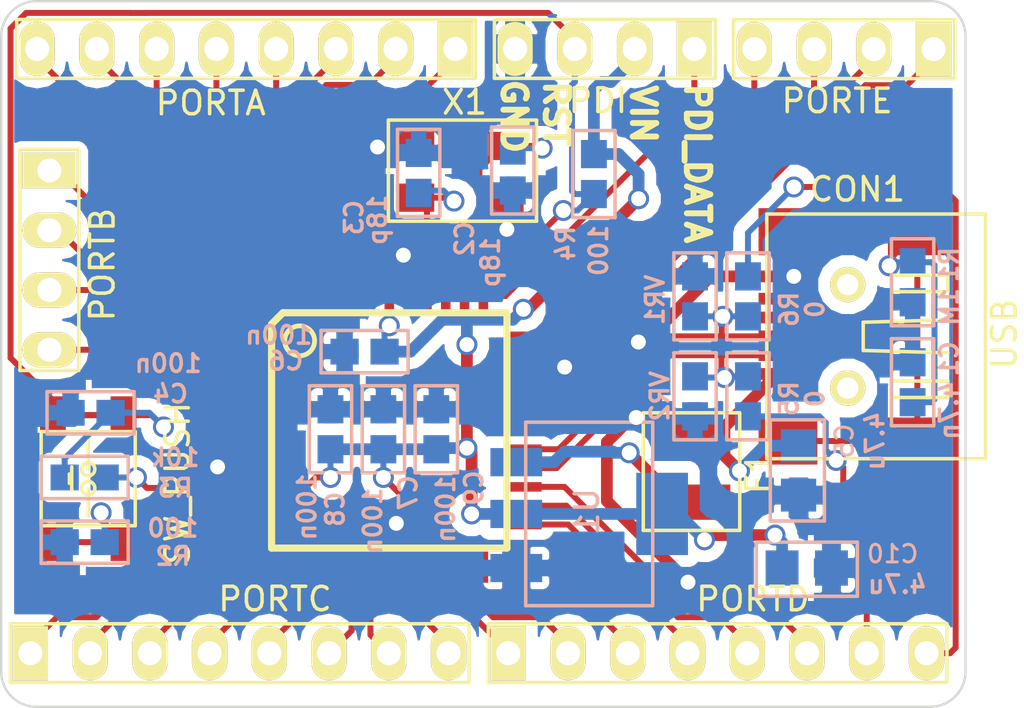
<source format=kicad_pcb>
(kicad_pcb (version 3) (host pcbnew "(2014-06-07 BZR 4932)-product")

  (general
    (links 94)
    (no_connects 0)
    (area 11.39481 11.451 57.479 44.149)
    (thickness 1.6)
    (drawings 12)
    (tracks 390)
    (zones 0)
    (modules 30)
    (nets 46)
  )

  (page A3)
  (layers
    (15 F.Cu signal)
    (0 B.Cu signal)
    (16 B.Adhes user)
    (17 F.Adhes user)
    (18 B.Paste user)
    (19 F.Paste user)
    (20 B.SilkS user)
    (21 F.SilkS user)
    (22 B.Mask user)
    (23 F.Mask user)
    (24 Dwgs.User user)
    (25 Cmts.User user)
    (26 Eco1.User user)
    (27 Eco2.User user)
    (28 Edge.Cuts user)
  )

  (setup
    (last_trace_width 0.254)
    (user_trace_width 0.5)
    (trace_clearance 0.254)
    (zone_clearance 0.5)
    (zone_45_only no)
    (trace_min 0.254)
    (segment_width 0.2)
    (edge_width 0.1)
    (via_size 0.889)
    (via_drill 0.635)
    (via_min_size 0.889)
    (via_min_drill 0.508)
    (uvia_size 0.508)
    (uvia_drill 0.127)
    (uvias_allowed no)
    (uvia_min_size 0.508)
    (uvia_min_drill 0.127)
    (pcb_text_width 0.3)
    (pcb_text_size 1.5 1.5)
    (mod_edge_width 0.15)
    (mod_text_size 1 1)
    (mod_text_width 0.15)
    (pad_size 3.5 2.2)
    (pad_drill 0)
    (pad_to_mask_clearance 0)
    (aux_axis_origin 0 0)
    (visible_elements FFFFFFFF)
    (pcbplotparams
      (layerselection 3178497)
      (usegerberextensions true)
      (excludeedgelayer true)
      (linewidth 0.150000)
      (plotframeref false)
      (viasonmask false)
      (mode 1)
      (useauxorigin false)
      (hpglpennumber 1)
      (hpglpenspeed 20)
      (hpglpendiameter 15)
      (hpglpenoverlay 2)
      (psnegative false)
      (psa4output false)
      (plotreference true)
      (plotvalue true)
      (plotinvisibletext false)
      (padsonsilk false)
      (subtractmaskfromsilk false)
      (outputformat 1)
      (mirror false)
      (drillshape 1)
      (scaleselection 1)
      (outputdirectory ""))
  )

  (net 0 "")
  (net 1 "Net-(C1-Pad2)")
  (net 2 "Net-(CON1-Pad4)")
  (net 3 GND)
  (net 4 D+)
  (net 5 D-)
  (net 6 XTAL1)
  (net 7 XTAL2)
  (net 8 RST)
  (net 9 VIN)
  (net 10 PD6)
  (net 11 PA0)
  (net 12 PA1)
  (net 13 PA2)
  (net 14 PA3)
  (net 15 PA4)
  (net 16 PDI_DATA)
  (net 17 PC7)
  (net 18 PC6)
  (net 19 PC5)
  (net 20 PC4)
  (net 21 PC3)
  (net 22 PC2)
  (net 23 PD0)
  (net 24 PD1)
  (net 25 PD2)
  (net 26 PB2)
  (net 27 PE0)
  (net 28 PB3)
  (net 29 PD5)
  (net 30 PD4)
  (net 31 PC0)
  (net 32 PC1)
  (net 33 PD3)
  (net 34 PE1)
  (net 35 PB1)
  (net 36 PB0)
  (net 37 PA7)
  (net 38 PA6)
  (net 39 PE2)
  (net 40 PE3)
  (net 41 PA5)
  (net 42 "Net-(R2-Pad1)")
  (net 43 VBUS)
  (net 44 PD7)
  (net 45 "Net-(F1-Pad2)")

  (net_class Default "This is the default net class."
    (clearance 0.254)
    (trace_width 0.254)
    (via_dia 0.889)
    (via_drill 0.635)
    (uvia_dia 0.508)
    (uvia_drill 0.127)
    (add_net D+)
    (add_net D-)
    (add_net GND)
    (add_net "Net-(C1-Pad2)")
    (add_net "Net-(CON1-Pad4)")
    (add_net "Net-(F1-Pad2)")
    (add_net "Net-(R2-Pad1)")
    (add_net PA0)
    (add_net PA1)
    (add_net PA2)
    (add_net PA3)
    (add_net PA4)
    (add_net PA5)
    (add_net PA6)
    (add_net PA7)
    (add_net PB0)
    (add_net PB1)
    (add_net PB2)
    (add_net PB3)
    (add_net PC0)
    (add_net PC1)
    (add_net PC2)
    (add_net PC3)
    (add_net PC4)
    (add_net PC5)
    (add_net PC6)
    (add_net PC7)
    (add_net PD0)
    (add_net PD1)
    (add_net PD2)
    (add_net PD3)
    (add_net PD4)
    (add_net PD5)
    (add_net PD6)
    (add_net PD7)
    (add_net PDI_DATA)
    (add_net PE0)
    (add_net PE1)
    (add_net PE2)
    (add_net PE3)
    (add_net RST)
    (add_net VBUS)
    (add_net VIN)
    (add_net XTAL1)
    (add_net XTAL2)
  )

  (net_class POWER ""
    (clearance 0.254)
    (trace_width 0.5)
    (via_dia 0.889)
    (via_drill 0.635)
    (uvia_dia 0.508)
    (uvia_drill 0.127)
  )

  (module buq2:BUQ2-TQFP44 (layer F.Cu) (tedit 53940F0E) (tstamp 539333AC)
    (at 29.5 31.25)
    (path /53821B69)
    (attr smd)
    (fp_text reference IC1 (at 0.05 -1.85) (layer F.SilkS) hide
      (effects (font (size 1.524 1.016) (thickness 0.2032)))
    )
    (fp_text value ATXMEGA (at 0 1.905) (layer F.SilkS) hide
      (effects (font (size 1.524 1.016) (thickness 0.2032)))
    )
    (fp_line (start 5.0038 -5.0038) (end 5.0038 5.0038) (layer F.SilkS) (width 0.3048))
    (fp_line (start 5.0038 5.0038) (end -5.0038 5.0038) (layer F.SilkS) (width 0.3048))
    (fp_line (start -5.0038 -4.5212) (end -5.0038 5.0038) (layer F.SilkS) (width 0.3048))
    (fp_line (start -4.5212 -5.0038) (end 5.0038 -5.0038) (layer F.SilkS) (width 0.3048))
    (fp_line (start -5.0038 -4.5212) (end -4.5212 -5.0038) (layer F.SilkS) (width 0.3048))
    (fp_circle (center -3.81 -3.81) (end -3.81 -3.175) (layer F.SilkS) (width 0.2032))
    (pad 39 smd rect (at 0 -5.715) (size 0.4064 1.524) (layers F.Cu F.Paste F.Mask)
      (net 9 VIN))
    (pad 40 smd rect (at -0.8001 -5.715) (size 0.4064 1.524) (layers F.Cu F.Paste F.Mask)
      (net 11 PA0))
    (pad 41 smd rect (at -1.6002 -5.715) (size 0.4064 1.524) (layers F.Cu F.Paste F.Mask)
      (net 12 PA1))
    (pad 42 smd rect (at -2.4003 -5.715) (size 0.4064 1.524) (layers F.Cu F.Paste F.Mask)
      (net 13 PA2))
    (pad 43 smd rect (at -3.2004 -5.715) (size 0.4064 1.524) (layers F.Cu F.Paste F.Mask)
      (net 14 PA3))
    (pad 44 smd rect (at -4.0005 -5.715) (size 0.4064 1.524) (layers F.Cu F.Paste F.Mask)
      (net 15 PA4))
    (pad 38 smd rect (at 0.8001 -5.715) (size 0.4064 1.524) (layers F.Cu F.Paste F.Mask)
      (net 3 GND))
    (pad 37 smd rect (at 1.6002 -5.715) (size 0.4064 1.524) (layers F.Cu F.Paste F.Mask)
      (net 6 XTAL1))
    (pad 36 smd rect (at 2.4003 -5.715) (size 0.4064 1.524) (layers F.Cu F.Paste F.Mask)
      (net 7 XTAL2))
    (pad 35 smd rect (at 3.2004 -5.715) (size 0.4064 1.524) (layers F.Cu F.Paste F.Mask)
      (net 8 RST))
    (pad 34 smd rect (at 4.0005 -5.715) (size 0.4064 1.524) (layers F.Cu F.Paste F.Mask)
      (net 16 PDI_DATA))
    (pad 17 smd rect (at 0 5.715) (size 0.4064 1.524) (layers F.Cu F.Paste F.Mask)
      (net 17 PC7))
    (pad 16 smd rect (at -0.8001 5.715) (size 0.4064 1.524) (layers F.Cu F.Paste F.Mask)
      (net 18 PC6))
    (pad 15 smd rect (at -1.6002 5.715) (size 0.4064 1.524) (layers F.Cu F.Paste F.Mask)
      (net 19 PC5))
    (pad 14 smd rect (at -2.4003 5.715) (size 0.4064 1.524) (layers F.Cu F.Paste F.Mask)
      (net 20 PC4))
    (pad 13 smd rect (at -3.2004 5.715) (size 0.4064 1.524) (layers F.Cu F.Paste F.Mask)
      (net 21 PC3))
    (pad 12 smd rect (at -4.0005 5.715) (size 0.4064 1.524) (layers F.Cu F.Paste F.Mask)
      (net 22 PC2))
    (pad 18 smd rect (at 0.8001 5.715) (size 0.4064 1.524) (layers F.Cu F.Paste F.Mask)
      (net 3 GND))
    (pad 19 smd rect (at 1.6002 5.715) (size 0.4064 1.524) (layers F.Cu F.Paste F.Mask)
      (net 9 VIN))
    (pad 20 smd rect (at 2.4003 5.715) (size 0.4064 1.524) (layers F.Cu F.Paste F.Mask)
      (net 23 PD0))
    (pad 21 smd rect (at 3.2004 5.715) (size 0.4064 1.524) (layers F.Cu F.Paste F.Mask)
      (net 24 PD1))
    (pad 22 smd rect (at 4.0005 5.715) (size 0.4064 1.524) (layers F.Cu F.Paste F.Mask)
      (net 25 PD2))
    (pad 6 smd rect (at -5.715 0) (size 1.524 0.4064) (layers F.Cu F.Paste F.Mask)
      (net 26 PB2))
    (pad 28 smd rect (at 5.715 0) (size 1.524 0.4064) (layers F.Cu F.Paste F.Mask)
      (net 27 PE0))
    (pad 7 smd rect (at -5.715 0.8001) (size 1.524 0.4064) (layers F.Cu F.Paste F.Mask)
      (net 28 PB3))
    (pad 27 smd rect (at 5.715 0.8001) (size 1.524 0.4064) (layers F.Cu F.Paste F.Mask)
      (net 4 D+))
    (pad 26 smd rect (at 5.715 1.6002) (size 1.524 0.4064) (layers F.Cu F.Paste F.Mask)
      (net 5 D-))
    (pad 8 smd rect (at -5.715 1.6002) (size 1.524 0.4064) (layers F.Cu F.Paste F.Mask)
      (net 3 GND))
    (pad 9 smd rect (at -5.715 2.4003) (size 1.524 0.4064) (layers F.Cu F.Paste F.Mask)
      (net 9 VIN))
    (pad 25 smd rect (at 5.715 2.4003) (size 1.524 0.4064) (layers F.Cu F.Paste F.Mask)
      (net 29 PD5))
    (pad 24 smd rect (at 5.715 3.2004) (size 1.524 0.4064) (layers F.Cu F.Paste F.Mask)
      (net 30 PD4))
    (pad 10 smd rect (at -5.715 3.2004) (size 1.524 0.4064) (layers F.Cu F.Paste F.Mask)
      (net 31 PC0))
    (pad 11 smd rect (at -5.715 4.0005) (size 1.524 0.4064) (layers F.Cu F.Paste F.Mask)
      (net 32 PC1))
    (pad 23 smd rect (at 5.715 4.0005) (size 1.524 0.4064) (layers F.Cu F.Paste F.Mask)
      (net 33 PD3))
    (pad 29 smd rect (at 5.715 -0.8001) (size 1.524 0.4064) (layers F.Cu F.Paste F.Mask)
      (net 34 PE1))
    (pad 5 smd rect (at -5.715 -0.8001) (size 1.524 0.4064) (layers F.Cu F.Paste F.Mask)
      (net 35 PB1))
    (pad 4 smd rect (at -5.715 -1.6002) (size 1.524 0.4064) (layers F.Cu F.Paste F.Mask)
      (net 36 PB0))
    (pad 30 smd rect (at 5.715 -1.6002) (size 1.524 0.4064) (layers F.Cu F.Paste F.Mask)
      (net 3 GND))
    (pad 31 smd rect (at 5.715 -2.4003) (size 1.524 0.4064) (layers F.Cu F.Paste F.Mask)
      (net 9 VIN))
    (pad 3 smd rect (at -5.715 -2.4003) (size 1.524 0.4064) (layers F.Cu F.Paste F.Mask)
      (net 37 PA7))
    (pad 2 smd rect (at -5.715 -3.2004) (size 1.524 0.4064) (layers F.Cu F.Paste F.Mask)
      (net 38 PA6))
    (pad 32 smd rect (at 5.715 -3.2004) (size 1.524 0.4064) (layers F.Cu F.Paste F.Mask)
      (net 39 PE2))
    (pad 33 smd rect (at 5.715 -4.0005) (size 1.524 0.4064) (layers F.Cu F.Paste F.Mask)
      (net 40 PE3))
    (pad 1 smd rect (at -5.715 -4.0005) (size 1.524 0.4064) (layers F.Cu F.Paste F.Mask)
      (net 41 PA5))
  )

  (module buq2:SM_CRYSTAL_4_LEAD (layer F.Cu) (tedit 53940F21) (tstamp 53933207)
    (at 32.561426 20.255202 180)
    (path /5390C535)
    (fp_text reference X1 (at -0.138574 2.955202 180) (layer F.SilkS)
      (effects (font (size 1 1) (thickness 0.15)))
    )
    (fp_text value CRYSTAL_SMD (at -0.238574 -2.844798 180) (layer F.SilkS) hide
      (effects (font (size 1 1) (thickness 0.15)))
    )
    (fp_line (start -3.2 -2.1) (end -3.2 2.2) (layer F.SilkS) (width 0.15))
    (fp_line (start -3.2 2.2) (end 3.1 2.2) (layer F.SilkS) (width 0.15))
    (fp_line (start 3.1 2.2) (end 3.1 -2.1) (layer F.SilkS) (width 0.15))
    (fp_line (start 3.1 -2.1) (end -3.2 -2.1) (layer F.SilkS) (width 0.15))
    (pad 3 smd rect (at -1.9 -1.1 180) (size 1.5 1.2) (layers F.Cu F.Paste F.Mask)
      (net 3 GND))
    (pad 2 smd rect (at 1.9 -1.1 180) (size 1.5 1.2) (layers F.Cu F.Paste F.Mask)
      (net 6 XTAL1))
    (pad 3 smd rect (at 1.9 1.1 180) (size 1.5 1.2) (layers F.Cu F.Paste F.Mask)
      (net 3 GND))
    (pad 1 smd rect (at -1.9 1.1 180) (size 1.5 1.2) (layers F.Cu F.Paste F.Mask)
      (net 7 XTAL2))
  )

  (module buq2:RESETTABLE_FUSE_BOURNS (layer F.Cu) (tedit 53940F2C) (tstamp 53932CE7)
    (at 42.4 33 270)
    (path /538CBDFD)
    (fp_text reference F1 (at 0.05 -2.8 270) (layer F.SilkS)
      (effects (font (size 1 1) (thickness 0.15)))
    )
    (fp_text value FUSE (at 0 -3.25 270) (layer F.SilkS) hide
      (effects (font (size 1 1) (thickness 0.15)))
    )
    (fp_line (start -2.5 -2) (end 2.5 -2) (layer F.SilkS) (width 0.15))
    (fp_line (start 2.5 -2) (end 2.5 2.1) (layer F.SilkS) (width 0.15))
    (fp_line (start 2.5 2.1) (end -2.5 2.1) (layer F.SilkS) (width 0.15))
    (fp_line (start -2.5 2.1) (end -2.5 -2) (layer F.SilkS) (width 0.15))
    (pad 1 smd rect (at -1.4 0 270) (size 1.5 3.2) (layers F.Cu F.Paste F.Mask)
      (net 43 VBUS))
    (pad 2 smd rect (at 1.3 0 270) (size 1.5 3.2) (layers F.Cu F.Paste F.Mask)
      (net 45 "Net-(F1-Pad2)"))
  )

  (module buq2:SM0603 (layer B.Cu) (tedit 538CC2C7) (tstamp 53932CDC)
    (at 51.75 29.25 270)
    (path /538CB947)
    (fp_text reference C1 (at -1.05 -1.55 270) (layer B.SilkS)
      (effects (font (size 0.75 0.75) (thickness 0.15)) (justify mirror))
    )
    (fp_text value 4.7n (at 1.15 -1.55 270) (layer B.SilkS)
      (effects (font (size 0.75 0.75) (thickness 0.15)) (justify mirror))
    )
    (fp_line (start -1.9 0.9) (end 1.8 0.9) (layer B.SilkS) (width 0.15))
    (fp_line (start 1.8 0.9) (end 1.8 -0.9) (layer B.SilkS) (width 0.15))
    (fp_line (start 1.8 -0.9) (end -1.9 -0.9) (layer B.SilkS) (width 0.15))
    (fp_line (start -1.9 -0.9) (end -1.9 0.9) (layer B.SilkS) (width 0.15))
    (pad 1 smd rect (at -0.9 0 270) (size 1.2 1.1) (layers B.Cu B.Paste B.Mask)
      (net 3 GND))
    (pad 2 smd rect (at 0.8 0 270) (size 1.2 1.1) (layers B.Cu B.Paste B.Mask)
      (net 1 "Net-(C1-Pad2)"))
  )

  (module buq2:SM0603 (layer B.Cu) (tedit 538CC2C7) (tstamp 53932CD1)
    (at 51.75 25 270)
    (path /538CB8AE)
    (fp_text reference R1 (at -0.8 -1.55 270) (layer B.SilkS)
      (effects (font (size 0.75 0.75) (thickness 0.15)) (justify mirror))
    )
    (fp_text value 1M (at 1 -1.55 270) (layer B.SilkS)
      (effects (font (size 0.75 0.75) (thickness 0.15)) (justify mirror))
    )
    (fp_line (start -1.9 0.9) (end 1.8 0.9) (layer B.SilkS) (width 0.15))
    (fp_line (start 1.8 0.9) (end 1.8 -0.9) (layer B.SilkS) (width 0.15))
    (fp_line (start 1.8 -0.9) (end -1.9 -0.9) (layer B.SilkS) (width 0.15))
    (fp_line (start -1.9 -0.9) (end -1.9 0.9) (layer B.SilkS) (width 0.15))
    (pad 1 smd rect (at -0.9 0 270) (size 1.2 1.1) (layers B.Cu B.Paste B.Mask)
      (net 1 "Net-(C1-Pad2)"))
    (pad 2 smd rect (at 0.8 0 270) (size 1.2 1.1) (layers B.Cu B.Paste B.Mask)
      (net 3 GND))
  )

  (module buq2:SM0603 (layer B.Cu) (tedit 538CC2C7) (tstamp 53932CC6)
    (at 34.75 20.25 270)
    (path /5390C70C)
    (fp_text reference C2 (at 2.85 2.05 270) (layer B.SilkS)
      (effects (font (size 0.75 0.75) (thickness 0.15)) (justify mirror))
    )
    (fp_text value 18p (at 3.85 0.95 270) (layer B.SilkS)
      (effects (font (size 0.75 0.75) (thickness 0.15)) (justify mirror))
    )
    (fp_line (start -1.9 0.9) (end 1.8 0.9) (layer B.SilkS) (width 0.15))
    (fp_line (start 1.8 0.9) (end 1.8 -0.9) (layer B.SilkS) (width 0.15))
    (fp_line (start 1.8 -0.9) (end -1.9 -0.9) (layer B.SilkS) (width 0.15))
    (fp_line (start -1.9 -0.9) (end -1.9 0.9) (layer B.SilkS) (width 0.15))
    (pad 1 smd rect (at -0.9 0 270) (size 1.2 1.1) (layers B.Cu B.Paste B.Mask)
      (net 7 XTAL2))
    (pad 2 smd rect (at 0.8 0 270) (size 1.2 1.1) (layers B.Cu B.Paste B.Mask)
      (net 3 GND))
  )

  (module buq2:SM0603 (layer B.Cu) (tedit 538CC2C7) (tstamp 539331B0)
    (at 30.75 20.25 90)
    (path /5390C6D3)
    (fp_text reference C3 (at -1.95 -2.75 90) (layer B.SilkS)
      (effects (font (size 0.75 0.75) (thickness 0.15)) (justify mirror))
    )
    (fp_text value 18p (at -2.05 -1.75 90) (layer B.SilkS)
      (effects (font (size 0.75 0.75) (thickness 0.15)) (justify mirror))
    )
    (fp_line (start -1.9 0.9) (end 1.8 0.9) (layer B.SilkS) (width 0.15))
    (fp_line (start 1.8 0.9) (end 1.8 -0.9) (layer B.SilkS) (width 0.15))
    (fp_line (start 1.8 -0.9) (end -1.9 -0.9) (layer B.SilkS) (width 0.15))
    (fp_line (start -1.9 -0.9) (end -1.9 0.9) (layer B.SilkS) (width 0.15))
    (pad 1 smd rect (at -0.9 0 90) (size 1.2 1.1) (layers B.Cu B.Paste B.Mask)
      (net 6 XTAL1))
    (pad 2 smd rect (at 0.8 0 90) (size 1.2 1.1) (layers B.Cu B.Paste B.Mask)
      (net 3 GND))
  )

  (module buq2:SM0603 (layer B.Cu) (tedit 538CC2C7) (tstamp 5394111F)
    (at 16.75 30.5 180)
    (path /53931555)
    (fp_text reference C4 (at -3.45 0.8 180) (layer B.SilkS)
      (effects (font (size 0.75 0.75) (thickness 0.15)) (justify mirror))
    )
    (fp_text value 100n (at -3.35 2.1 180) (layer B.SilkS)
      (effects (font (size 0.75 0.75) (thickness 0.15)) (justify mirror))
    )
    (fp_line (start -1.9 0.9) (end 1.8 0.9) (layer B.SilkS) (width 0.15))
    (fp_line (start 1.8 0.9) (end 1.8 -0.9) (layer B.SilkS) (width 0.15))
    (fp_line (start 1.8 -0.9) (end -1.9 -0.9) (layer B.SilkS) (width 0.15))
    (fp_line (start -1.9 -0.9) (end -1.9 0.9) (layer B.SilkS) (width 0.15))
    (pad 1 smd rect (at -0.9 0 180) (size 1.2 1.1) (layers B.Cu B.Paste B.Mask)
      (net 8 RST))
    (pad 2 smd rect (at 0.8 0 180) (size 1.2 1.1) (layers B.Cu B.Paste B.Mask)
      (net 3 GND))
  )

  (module buq2:SM0805 (layer B.Cu) (tedit 538CC2AD) (tstamp 539410D9)
    (at 46.9 32.9 270)
    (path /53930DCF)
    (fp_text reference C5 (at -1.2 -1.95 270) (layer B.SilkS)
      (effects (font (size 0.75 0.75) (thickness 0.125)) (justify mirror))
    )
    (fp_text value 4.7u (at -1.2 -3.25 270) (layer B.SilkS)
      (effects (font (size 0.75 0.75) (thickness 0.15)) (justify mirror))
    )
    (fp_line (start -2.1 1.2) (end 2.2 1.2) (layer B.SilkS) (width 0.15))
    (fp_line (start 2.2 1.2) (end 2.2 -1.1) (layer B.SilkS) (width 0.15))
    (fp_line (start 2.2 -1.1) (end -2.1 -1.1) (layer B.SilkS) (width 0.15))
    (fp_line (start -2.1 -1.1) (end -2.1 1.2) (layer B.SilkS) (width 0.15))
    (pad 1 smd rect (at -1 0 270) (size 1.4 1.5) (layers B.Cu B.Paste B.Mask)
      (net 43 VBUS))
    (pad 2 smd rect (at 1.1 0 270) (size 1.4 1.5) (layers B.Cu B.Paste B.Mask)
      (net 3 GND))
  )

  (module buq2:SM0603 (layer B.Cu) (tedit 538CC2C7) (tstamp 53941211)
    (at 28.5 27.9)
    (path /53930560)
    (fp_text reference C6 (at -3.4 0.4) (layer B.SilkS)
      (effects (font (size 0.75 0.75) (thickness 0.15)) (justify mirror))
    )
    (fp_text value 100n (at -3.7 -0.7) (layer B.SilkS)
      (effects (font (size 0.75 0.75) (thickness 0.15)) (justify mirror))
    )
    (fp_line (start -1.9 0.9) (end 1.8 0.9) (layer B.SilkS) (width 0.15))
    (fp_line (start 1.8 0.9) (end 1.8 -0.9) (layer B.SilkS) (width 0.15))
    (fp_line (start 1.8 -0.9) (end -1.9 -0.9) (layer B.SilkS) (width 0.15))
    (fp_line (start -1.9 -0.9) (end -1.9 0.9) (layer B.SilkS) (width 0.15))
    (pad 1 smd rect (at -0.9 0) (size 1.2 1.1) (layers B.Cu B.Paste B.Mask)
      (net 3 GND))
    (pad 2 smd rect (at 0.8 0) (size 1.2 1.1) (layers B.Cu B.Paste B.Mask)
      (net 9 VIN))
  )

  (module buq2:SM0603 (layer B.Cu) (tedit 538CC2C7) (tstamp 53932C8F)
    (at 29.25 31.25 270)
    (path /53930519)
    (fp_text reference C7 (at 2.65 -1.05 270) (layer B.SilkS)
      (effects (font (size 0.75 0.75) (thickness 0.15)) (justify mirror))
    )
    (fp_text value 100n (at 3.85 0.45 270) (layer B.SilkS)
      (effects (font (size 0.75 0.75) (thickness 0.15)) (justify mirror))
    )
    (fp_line (start -1.9 0.9) (end 1.8 0.9) (layer B.SilkS) (width 0.15))
    (fp_line (start 1.8 0.9) (end 1.8 -0.9) (layer B.SilkS) (width 0.15))
    (fp_line (start 1.8 -0.9) (end -1.9 -0.9) (layer B.SilkS) (width 0.15))
    (fp_line (start -1.9 -0.9) (end -1.9 0.9) (layer B.SilkS) (width 0.15))
    (pad 1 smd rect (at -0.9 0 270) (size 1.2 1.1) (layers B.Cu B.Paste B.Mask)
      (net 3 GND))
    (pad 2 smd rect (at 0.8 0 270) (size 1.2 1.1) (layers B.Cu B.Paste B.Mask)
      (net 9 VIN))
  )

  (module buq2:SM0603 (layer B.Cu) (tedit 538CC2C7) (tstamp 53932C84)
    (at 27 31.25 270)
    (path /539303EE)
    (fp_text reference C8 (at 3.35 -0.2 270) (layer B.SilkS)
      (effects (font (size 0.75 0.75) (thickness 0.15)) (justify mirror))
    )
    (fp_text value 100n (at 3.25 1 270) (layer B.SilkS)
      (effects (font (size 0.75 0.75) (thickness 0.15)) (justify mirror))
    )
    (fp_line (start -1.9 0.9) (end 1.8 0.9) (layer B.SilkS) (width 0.15))
    (fp_line (start 1.8 0.9) (end 1.8 -0.9) (layer B.SilkS) (width 0.15))
    (fp_line (start 1.8 -0.9) (end -1.9 -0.9) (layer B.SilkS) (width 0.15))
    (fp_line (start -1.9 -0.9) (end -1.9 0.9) (layer B.SilkS) (width 0.15))
    (pad 1 smd rect (at -0.9 0 270) (size 1.2 1.1) (layers B.Cu B.Paste B.Mask)
      (net 3 GND))
    (pad 2 smd rect (at 0.8 0 270) (size 1.2 1.1) (layers B.Cu B.Paste B.Mask)
      (net 9 VIN))
  )

  (module buq2:SM0603 (layer B.Cu) (tedit 538CC2C7) (tstamp 53932C79)
    (at 31.5 31.25 270)
    (path /539304D1)
    (fp_text reference C9 (at 2.45 -1.6 270) (layer B.SilkS)
      (effects (font (size 0.75 0.75) (thickness 0.15)) (justify mirror))
    )
    (fp_text value 100n (at 3.35 -0.4 270) (layer B.SilkS)
      (effects (font (size 0.75 0.75) (thickness 0.15)) (justify mirror))
    )
    (fp_line (start -1.9 0.9) (end 1.8 0.9) (layer B.SilkS) (width 0.15))
    (fp_line (start 1.8 0.9) (end 1.8 -0.9) (layer B.SilkS) (width 0.15))
    (fp_line (start 1.8 -0.9) (end -1.9 -0.9) (layer B.SilkS) (width 0.15))
    (fp_line (start -1.9 -0.9) (end -1.9 0.9) (layer B.SilkS) (width 0.15))
    (pad 1 smd rect (at -0.9 0 270) (size 1.2 1.1) (layers B.Cu B.Paste B.Mask)
      (net 3 GND))
    (pad 2 smd rect (at 0.8 0 270) (size 1.2 1.1) (layers B.Cu B.Paste B.Mask)
      (net 9 VIN))
  )

  (module buq2:PIN_HEADER_4 (layer F.Cu) (tedit 53940E5D) (tstamp 53932C6E)
    (at 15 24 270)
    (path /53938208)
    (fp_text reference P5 (at 0.2 2.3 270) (layer F.SilkS) hide
      (effects (font (size 1 1) (thickness 0.15)))
    )
    (fp_text value PORTB (at 0.2 -2.3 270) (layer F.SilkS)
      (effects (font (size 1 1) (thickness 0.15)))
    )
    (fp_line (start -4.7 -1.3) (end -4.7 1.2) (layer F.SilkS) (width 0.15))
    (fp_line (start -4.7 1.2) (end 4.7 1.2) (layer F.SilkS) (width 0.15))
    (fp_line (start 4.7 1.2) (end 4.7 -1.3) (layer F.SilkS) (width 0.15))
    (fp_line (start 4.7 -1.3) (end -4.7 -1.3) (layer F.SilkS) (width 0.15))
    (pad 1 thru_hole rect (at -3.8 -0.05 270) (size 1.5 2.3) (drill 1.02) (layers *.Cu *.Mask F.SilkS)
      (net 36 PB0))
    (pad 2 thru_hole oval (at -1.26 -0.05 270) (size 1.5 2.3) (drill 1.02) (layers *.Cu *.Mask F.SilkS)
      (net 35 PB1))
    (pad 3 thru_hole oval (at 1.28 -0.05 270) (size 1.5 2.3) (drill 1.02) (layers *.Cu *.Mask F.SilkS)
      (net 26 PB2))
    (pad 4 thru_hole oval (at 3.82 -0.05 270) (size 1.5 2.3) (drill 1.02) (layers *.Cu *.Mask F.SilkS)
      (net 28 PB3))
  )

  (module buq2:SM0603 (layer B.Cu) (tedit 538CC2C7) (tstamp 53941174)
    (at 16.5 36 180)
    (path /53931319)
    (fp_text reference R2 (at -3.8 -0.6 180) (layer B.SilkS)
      (effects (font (size 0.75 0.75) (thickness 0.15)) (justify mirror))
    )
    (fp_text value 100 (at -3.8 0.6 180) (layer B.SilkS)
      (effects (font (size 0.75 0.75) (thickness 0.15)) (justify mirror))
    )
    (fp_line (start -1.9 0.9) (end 1.8 0.9) (layer B.SilkS) (width 0.15))
    (fp_line (start 1.8 0.9) (end 1.8 -0.9) (layer B.SilkS) (width 0.15))
    (fp_line (start 1.8 -0.9) (end -1.9 -0.9) (layer B.SilkS) (width 0.15))
    (fp_line (start -1.9 -0.9) (end -1.9 0.9) (layer B.SilkS) (width 0.15))
    (pad 1 smd rect (at -0.9 0 180) (size 1.2 1.1) (layers B.Cu B.Paste B.Mask)
      (net 42 "Net-(R2-Pad1)"))
    (pad 2 smd rect (at 0.8 0 180) (size 1.2 1.1) (layers B.Cu B.Paste B.Mask)
      (net 3 GND))
  )

  (module buq2:SM0603 (layer B.Cu) (tedit 538CC2C7) (tstamp 53932C56)
    (at 16.5 33.25 180)
    (path /5390B691)
    (fp_text reference R3 (at -3.9 -0.45 180) (layer B.SilkS)
      (effects (font (size 0.75 0.75) (thickness 0.15)) (justify mirror))
    )
    (fp_text value 10k (at -3.9 0.85 180) (layer B.SilkS)
      (effects (font (size 0.75 0.75) (thickness 0.15)) (justify mirror))
    )
    (fp_line (start -1.9 0.9) (end 1.8 0.9) (layer B.SilkS) (width 0.15))
    (fp_line (start 1.8 0.9) (end 1.8 -0.9) (layer B.SilkS) (width 0.15))
    (fp_line (start 1.8 -0.9) (end -1.9 -0.9) (layer B.SilkS) (width 0.15))
    (fp_line (start -1.9 -0.9) (end -1.9 0.9) (layer B.SilkS) (width 0.15))
    (pad 1 smd rect (at -0.9 0 180) (size 1.2 1.1) (layers B.Cu B.Paste B.Mask)
      (net 9 VIN))
    (pad 2 smd rect (at 0.8 0 180) (size 1.2 1.1) (layers B.Cu B.Paste B.Mask)
      (net 8 RST))
  )

  (module buq2:SM0603 (layer B.Cu) (tedit 538CC2C7) (tstamp 53932C4B)
    (at 38.2 20.3 90)
    (path /53931EC2)
    (fp_text reference R4 (at -3 -1.2 90) (layer B.SilkS)
      (effects (font (size 0.75 0.75) (thickness 0.15)) (justify mirror))
    )
    (fp_text value 100 (at -3.3 0.2 90) (layer B.SilkS)
      (effects (font (size 0.75 0.75) (thickness 0.15)) (justify mirror))
    )
    (fp_line (start -1.9 0.9) (end 1.8 0.9) (layer B.SilkS) (width 0.15))
    (fp_line (start 1.8 0.9) (end 1.8 -0.9) (layer B.SilkS) (width 0.15))
    (fp_line (start 1.8 -0.9) (end -1.9 -0.9) (layer B.SilkS) (width 0.15))
    (fp_line (start -1.9 -0.9) (end -1.9 0.9) (layer B.SilkS) (width 0.15))
    (pad 1 smd rect (at -0.9 0 90) (size 1.2 1.1) (layers B.Cu B.Paste B.Mask)
      (net 8 RST))
    (pad 2 smd rect (at 0.8 0 90) (size 1.2 1.1) (layers B.Cu B.Paste B.Mask)
      (net 9 VIN))
  )

  (module buq2:BUQ2-USB-B-RIGHT-ANGLE-SM (layer F.Cu) (tedit 5394120E) (tstamp 53932C33)
    (at 54.25 27.25 90)
    (path /538227E0)
    (fp_text reference CON1 (at 6.25 -4.85 180) (layer F.SilkS)
      (effects (font (size 1 1) (thickness 0.15)))
    )
    (fp_text value USB (at 0.1 1.4 90) (layer F.SilkS)
      (effects (font (size 1 1) (thickness 0.15)))
    )
    (fp_line (start 1.9 -3.4) (end 1.9 -1) (layer F.SilkS) (width 0.15))
    (fp_line (start 1.9 -1) (end 2.6 -1) (layer F.SilkS) (width 0.15))
    (fp_line (start 2.6 -1) (end 2.6 -3.4) (layer F.SilkS) (width 0.15))
    (fp_line (start -2.6 -3.4) (end -2.6 -1) (layer F.SilkS) (width 0.15))
    (fp_line (start -2.6 -1) (end -1.9 -1) (layer F.SilkS) (width 0.15))
    (fp_line (start -1.9 -1) (end -1.9 -3.4) (layer F.SilkS) (width 0.15))
    (fp_line (start -0.7 -1) (end -0.6 -4.6) (layer F.SilkS) (width 0.15))
    (fp_line (start -0.6 -4.6) (end 0.6 -4.6) (layer F.SilkS) (width 0.15))
    (fp_line (start 0.6 -4.6) (end 0.7 -1) (layer F.SilkS) (width 0.15))
    (fp_line (start 5.2 0.6) (end 5.2 -8.7) (layer F.SilkS) (width 0.15))
    (fp_line (start 5.1 -8.7) (end -5.2 -8.7) (layer F.SilkS) (width 0.15))
    (fp_line (start -5.2 -8.7) (end -5.2 0.6) (layer F.SilkS) (width 0.15))
    (fp_line (start -5.2 0.6) (end 5.1 0.6) (layer F.SilkS) (width 0.15))
    (pad "" np_thru_hole circle (at -2.2 -5.26 90) (size 1.5 1.5) (drill 0.9) (layers *.Cu *.Mask F.SilkS))
    (pad "" np_thru_hole circle (at 2.2 -5.26 90) (size 1.5 1.5) (drill 0.9) (layers *.Cu *.Mask F.SilkS))
    (pad 7 smd rect (at -4.45 -2.3 90) (size 2 2.5) (layers F.Cu F.Paste F.Mask)
      (net 1 "Net-(C1-Pad2)"))
    (pad 8 smd rect (at 4.45 -2.3 90) (size 2 2.5) (layers F.Cu F.Paste F.Mask)
      (net 1 "Net-(C1-Pad2)"))
    (pad 9 smd rect (at 4.45 -7.8 90) (size 2 2.5) (layers F.Cu F.Paste F.Mask)
      (net 1 "Net-(C1-Pad2)"))
    (pad 6 smd rect (at -4.45 -7.8 90) (size 2 2.5) (layers F.Cu F.Paste F.Mask)
      (net 1 "Net-(C1-Pad2)"))
    (pad 3 smd rect (at 0 -7.8 90) (size 0.5 2.5) (layers F.Cu F.Paste F.Mask)
      (net 4 D+))
    (pad 4 smd rect (at 0.8 -7.8 90) (size 0.5 2.5) (layers F.Cu F.Paste F.Mask)
      (net 2 "Net-(CON1-Pad4)"))
    (pad 5 smd rect (at 1.6 -7.8 90) (size 0.5 2.5) (layers F.Cu F.Paste F.Mask)
      (net 3 GND))
    (pad 2 smd rect (at -0.8 -7.8 90) (size 0.5 2.5) (layers F.Cu F.Paste F.Mask)
      (net 5 D-))
    (pad 1 smd rect (at -1.6 -7.8 90) (size 0.5 2.5) (layers F.Cu F.Paste F.Mask)
      (net 43 VBUS))
  )

  (module buq2:SM0603 (layer B.Cu) (tedit 5394101B) (tstamp 53932BDF)
    (at 42.5 25.5 90)
    (path /53821B4E)
    (fp_text reference VR1 (at -0.2 -1.7 90) (layer B.SilkS)
      (effects (font (size 0.75 0.75) (thickness 0.15)) (justify mirror))
    )
    (fp_text value VR (at 2.5 0.5 90) (layer B.SilkS) hide
      (effects (font (size 0.75 0.75) (thickness 0.15)) (justify mirror))
    )
    (fp_line (start -1.9 0.9) (end 1.8 0.9) (layer B.SilkS) (width 0.15))
    (fp_line (start 1.8 0.9) (end 1.8 -0.9) (layer B.SilkS) (width 0.15))
    (fp_line (start 1.8 -0.9) (end -1.9 -0.9) (layer B.SilkS) (width 0.15))
    (fp_line (start -1.9 -0.9) (end -1.9 0.9) (layer B.SilkS) (width 0.15))
    (pad 1 smd rect (at -0.9 0 90) (size 1.2 1.1) (layers B.Cu B.Paste B.Mask)
      (net 4 D+))
    (pad 2 smd rect (at 0.8 0 90) (size 1.2 1.1) (layers B.Cu B.Paste B.Mask)
      (net 3 GND))
  )

  (module buq2:SM0603 (layer B.Cu) (tedit 53941047) (tstamp 53941083)
    (at 42.5 29.85 270)
    (path /53821DEC)
    (fp_text reference VR2 (at -0.05 1.5 270) (layer B.SilkS)
      (effects (font (size 0.75 0.75) (thickness 0.15)) (justify mirror))
    )
    (fp_text value VR (at 0.1 1.6 270) (layer B.SilkS) hide
      (effects (font (size 0.75 0.75) (thickness 0.15)) (justify mirror))
    )
    (fp_line (start -1.9 0.9) (end 1.8 0.9) (layer B.SilkS) (width 0.15))
    (fp_line (start 1.8 0.9) (end 1.8 -0.9) (layer B.SilkS) (width 0.15))
    (fp_line (start 1.8 -0.9) (end -1.9 -0.9) (layer B.SilkS) (width 0.15))
    (fp_line (start -1.9 -0.9) (end -1.9 0.9) (layer B.SilkS) (width 0.15))
    (pad 1 smd rect (at -0.9 0 270) (size 1.2 1.1) (layers B.Cu B.Paste B.Mask)
      (net 5 D-))
    (pad 2 smd rect (at 0.8 0 270) (size 1.2 1.1) (layers B.Cu B.Paste B.Mask)
      (net 3 GND))
  )

  (module buq2:PIN_HEADER_8 (layer F.Cu) (tedit 53940E56) (tstamp 53932BC9)
    (at 32.31 15.03 180)
    (path /5390DA36)
    (fp_text reference P3 (at 9.9 2.4 180) (layer F.SilkS) hide
      (effects (font (size 1 1) (thickness 0.15)))
    )
    (fp_text value PORTA (at 10.4 -2.3 180) (layer F.SilkS)
      (effects (font (size 1 1) (thickness 0.15)))
    )
    (fp_line (start -0.85 -1.25) (end -0.85 1.25) (layer F.SilkS) (width 0.15))
    (fp_line (start -0.85 1.25) (end 18.65 1.25) (layer F.SilkS) (width 0.15))
    (fp_line (start 18.65 1.25) (end 18.65 -1.25) (layer F.SilkS) (width 0.15))
    (fp_line (start 18.65 -1.25) (end -0.85 -1.25) (layer F.SilkS) (width 0.15))
    (pad 1 thru_hole rect (at 0 0 180) (size 1.5 2.3) (drill 1.02) (layers *.Cu *.Mask F.SilkS)
      (net 11 PA0))
    (pad 2 thru_hole oval (at 2.54 0 180) (size 1.5 2.3) (drill 1.02) (layers *.Cu *.Mask F.SilkS)
      (net 12 PA1))
    (pad 3 thru_hole oval (at 5.08 0 180) (size 1.5 2.3) (drill 1.02) (layers *.Cu *.Mask F.SilkS)
      (net 13 PA2))
    (pad 4 thru_hole oval (at 7.62 0 180) (size 1.5 2.3) (drill 1.02) (layers *.Cu *.Mask F.SilkS)
      (net 14 PA3))
    (pad 5 thru_hole oval (at 10.16 0 180) (size 1.5 2.3) (drill 1.02) (layers *.Cu *.Mask F.SilkS)
      (net 15 PA4))
    (pad 6 thru_hole oval (at 12.7 0 180) (size 1.5 2.3) (drill 1.02) (layers *.Cu *.Mask F.SilkS)
      (net 41 PA5))
    (pad 7 thru_hole oval (at 15.24 0 180) (size 1.5 2.3) (drill 1.02) (layers *.Cu *.Mask F.SilkS)
      (net 38 PA6))
    (pad 8 thru_hole oval (at 17.78 0 180) (size 1.5 2.3) (drill 1.02) (layers *.Cu *.Mask F.SilkS)
      (net 37 PA7))
  )

  (module buq2:PIN_HEADER_4 (layer F.Cu) (tedit 53940E50) (tstamp 53932BB8)
    (at 42.47 15.03 180)
    (path /5390BE50)
    (fp_text reference P1 (at 3.85 2.3 180) (layer F.SilkS) hide
      (effects (font (size 1 1) (thickness 0.15)))
    )
    (fp_text value PDI (at 4.1 -2.2 180) (layer F.SilkS)
      (effects (font (size 1 1) (thickness 0.15)))
    )
    (fp_line (start -0.9 -1.25) (end -0.9 1.25) (layer F.SilkS) (width 0.15))
    (fp_line (start -0.9 1.25) (end 8.5 1.25) (layer F.SilkS) (width 0.15))
    (fp_line (start 8.5 1.25) (end 8.5 -1.25) (layer F.SilkS) (width 0.15))
    (fp_line (start 8.5 -1.25) (end -0.9 -1.25) (layer F.SilkS) (width 0.15))
    (pad 1 thru_hole rect (at 0 0 180) (size 1.5 2.3) (drill 1.02) (layers *.Cu *.Mask F.SilkS)
      (net 16 PDI_DATA))
    (pad 2 thru_hole oval (at 2.54 0 180) (size 1.5 2.3) (drill 1.02) (layers *.Cu *.Mask F.SilkS)
      (net 9 VIN))
    (pad 3 thru_hole oval (at 5.08 0 180) (size 1.5 2.3) (drill 1.02) (layers *.Cu *.Mask F.SilkS)
      (net 8 RST))
    (pad 4 thru_hole oval (at 7.62 0 180) (size 1.5 2.3) (drill 1.02) (layers *.Cu *.Mask F.SilkS)
      (net 3 GND))
  )

  (module buq2:PIN_HEADER_8 (layer F.Cu) (tedit 53940E67) (tstamp 53932BAB)
    (at 14.24 40.72)
    (path /53937C28)
    (fp_text reference P4 (at 9.9 2.4) (layer F.SilkS) hide
      (effects (font (size 1 1) (thickness 0.15)))
    )
    (fp_text value PORTC (at 10.4 -2.3) (layer F.SilkS)
      (effects (font (size 1 1) (thickness 0.15)))
    )
    (fp_line (start -0.85 -1.25) (end -0.85 1.25) (layer F.SilkS) (width 0.15))
    (fp_line (start -0.85 1.25) (end 18.65 1.25) (layer F.SilkS) (width 0.15))
    (fp_line (start 18.65 1.25) (end 18.65 -1.25) (layer F.SilkS) (width 0.15))
    (fp_line (start 18.65 -1.25) (end -0.85 -1.25) (layer F.SilkS) (width 0.15))
    (pad 1 thru_hole rect (at 0 0) (size 1.5 2.3) (drill 1.02) (layers *.Cu *.Mask F.SilkS)
      (net 31 PC0))
    (pad 2 thru_hole oval (at 2.54 0) (size 1.5 2.3) (drill 1.02) (layers *.Cu *.Mask F.SilkS)
      (net 32 PC1))
    (pad 3 thru_hole oval (at 5.08 0) (size 1.5 2.3) (drill 1.02) (layers *.Cu *.Mask F.SilkS)
      (net 22 PC2))
    (pad 4 thru_hole oval (at 7.62 0) (size 1.5 2.3) (drill 1.02) (layers *.Cu *.Mask F.SilkS)
      (net 21 PC3))
    (pad 5 thru_hole oval (at 10.16 0) (size 1.5 2.3) (drill 1.02) (layers *.Cu *.Mask F.SilkS)
      (net 20 PC4))
    (pad 6 thru_hole oval (at 12.7 0) (size 1.5 2.3) (drill 1.02) (layers *.Cu *.Mask F.SilkS)
      (net 19 PC5))
    (pad 7 thru_hole oval (at 15.24 0) (size 1.5 2.3) (drill 1.02) (layers *.Cu *.Mask F.SilkS)
      (net 18 PC6))
    (pad 8 thru_hole oval (at 17.78 0) (size 1.5 2.3) (drill 1.02) (layers *.Cu *.Mask F.SilkS)
      (net 17 PC7))
  )

  (module buq2:PIN_HEADER_8 (layer F.Cu) (tedit 53940E6A) (tstamp 53932B9A)
    (at 34.56 40.72)
    (path /5390CC72)
    (fp_text reference P2 (at 9.9 2.4) (layer F.SilkS) hide
      (effects (font (size 1 1) (thickness 0.15)))
    )
    (fp_text value PORTD (at 10.4 -2.3) (layer F.SilkS)
      (effects (font (size 1 1) (thickness 0.15)))
    )
    (fp_line (start -0.85 -1.25) (end -0.85 1.25) (layer F.SilkS) (width 0.15))
    (fp_line (start -0.85 1.25) (end 18.65 1.25) (layer F.SilkS) (width 0.15))
    (fp_line (start 18.65 1.25) (end 18.65 -1.25) (layer F.SilkS) (width 0.15))
    (fp_line (start 18.65 -1.25) (end -0.85 -1.25) (layer F.SilkS) (width 0.15))
    (pad 1 thru_hole rect (at 0 0) (size 1.5 2.3) (drill 1.02) (layers *.Cu *.Mask F.SilkS)
      (net 23 PD0))
    (pad 2 thru_hole oval (at 2.54 0) (size 1.5 2.3) (drill 1.02) (layers *.Cu *.Mask F.SilkS)
      (net 24 PD1))
    (pad 3 thru_hole oval (at 5.08 0) (size 1.5 2.3) (drill 1.02) (layers *.Cu *.Mask F.SilkS)
      (net 25 PD2))
    (pad 4 thru_hole oval (at 7.62 0) (size 1.5 2.3) (drill 1.02) (layers *.Cu *.Mask F.SilkS)
      (net 33 PD3))
    (pad 5 thru_hole oval (at 10.16 0) (size 1.5 2.3) (drill 1.02) (layers *.Cu *.Mask F.SilkS)
      (net 30 PD4))
    (pad 6 thru_hole oval (at 12.7 0) (size 1.5 2.3) (drill 1.02) (layers *.Cu *.Mask F.SilkS)
      (net 29 PD5))
    (pad 7 thru_hole oval (at 15.24 0) (size 1.5 2.3) (drill 1.02) (layers *.Cu *.Mask F.SilkS)
      (net 10 PD6))
    (pad 8 thru_hole oval (at 17.78 0) (size 1.5 2.3) (drill 1.02) (layers *.Cu *.Mask F.SilkS)
      (net 44 PD7))
  )

  (module buq2:PIN_HEADER_4 (layer F.Cu) (tedit 53940E54) (tstamp 53934D4F)
    (at 52.64 15.04 180)
    (path /539382C1)
    (fp_text reference P6 (at 3.85 2.3 180) (layer F.SilkS) hide
      (effects (font (size 1 1) (thickness 0.15)))
    )
    (fp_text value PORTE (at 4.1 -2.2 180) (layer F.SilkS)
      (effects (font (size 1 1) (thickness 0.15)))
    )
    (fp_line (start -0.9 -1.25) (end -0.9 1.25) (layer F.SilkS) (width 0.15))
    (fp_line (start -0.9 1.25) (end 8.5 1.25) (layer F.SilkS) (width 0.15))
    (fp_line (start 8.5 1.25) (end 8.5 -1.25) (layer F.SilkS) (width 0.15))
    (fp_line (start 8.5 -1.25) (end -0.9 -1.25) (layer F.SilkS) (width 0.15))
    (pad 1 thru_hole rect (at 0 0 180) (size 1.5 2.3) (drill 1.02) (layers *.Cu *.Mask F.SilkS)
      (net 27 PE0))
    (pad 2 thru_hole oval (at 2.54 0 180) (size 1.5 2.3) (drill 1.02) (layers *.Cu *.Mask F.SilkS)
      (net 34 PE1))
    (pad 3 thru_hole oval (at 5.08 0 180) (size 1.5 2.3) (drill 1.02) (layers *.Cu *.Mask F.SilkS)
      (net 39 PE2))
    (pad 4 thru_hole oval (at 7.62 0 180) (size 1.5 2.3) (drill 1.02) (layers *.Cu *.Mask F.SilkS)
      (net 40 PE3))
  )

  (module buq2:PUSHBUTTON_4x4 (layer F.Cu) (tedit 53940F41) (tstamp 53932B7C)
    (at 20 36 90)
    (path /538E161F)
    (fp_text reference SW1 (at 2.9 -6.65 90) (layer F.SilkS) hide
      (effects (font (size 1 1) (thickness 0.15)))
    )
    (fp_text value SW_PUSH (at 2.5 0.5 90) (layer F.SilkS)
      (effects (font (size 1 1) (thickness 0.15)))
    )
    (fp_circle (center 2.3 -3.3) (end 2.5 -3.1) (layer F.SilkS) (width 0.15))
    (fp_circle (center 3.1 -3.3) (end 3.3 -3.1) (layer F.SilkS) (width 0.15))
    (fp_line (start 2.5 -4.1) (end 2.9 -4.1) (layer F.SilkS) (width 0.15))
    (fp_line (start 2.2 -4) (end 3.2 -4) (layer F.SilkS) (width 0.15))
    (fp_line (start 3.1 -3.3) (end 4.3 -3.3) (layer F.SilkS) (width 0.15))
    (fp_line (start 1.1 -3.3) (end 2.3 -3.3) (layer F.SilkS) (width 0.15))
    (fp_line (start 0.7 -5.3) (end 4.7 -5.3) (layer F.SilkS) (width 0.15))
    (fp_line (start 4.7 -5.3) (end 4.7 -1.3) (layer F.SilkS) (width 0.15))
    (fp_line (start 4.7 -1.3) (end 0.7 -1.3) (layer F.SilkS) (width 0.15))
    (fp_line (start 0.7 -1.3) (end 0.7 -5.3) (layer F.SilkS) (width 0.15))
    (pad 1 smd rect (at 0 -1.8 90) (size 1.6 1.1) (layers F.Cu F.Paste F.Mask)
      (net 42 "Net-(R2-Pad1)"))
    (pad 1 smd rect (at 0 -4.8 90) (size 1.6 1.1) (layers F.Cu F.Paste F.Mask)
      (net 42 "Net-(R2-Pad1)"))
    (pad 2 smd rect (at 5.4 -1.8 90) (size 1.6 1.1) (layers F.Cu F.Paste F.Mask)
      (net 8 RST))
    (pad 2 smd rect (at 5.4 -4.8 90) (size 1.6 1.1) (layers F.Cu F.Paste F.Mask)
      (net 8 RST))
  )

  (module SM0603 (layer B.Cu) (tedit 538CC2C7) (tstamp 5393309E)
    (at 44.75 29.75 90)
    (path /5393B7AA)
    (fp_text reference R5 (at -0.15 1.75 90) (layer B.SilkS)
      (effects (font (size 0.75 0.75) (thickness 0.15)) (justify mirror))
    )
    (fp_text value 0 (at -0.15 2.85 90) (layer B.SilkS)
      (effects (font (size 0.75 0.75) (thickness 0.15)) (justify mirror))
    )
    (fp_line (start -1.9 0.9) (end 1.8 0.9) (layer B.SilkS) (width 0.15))
    (fp_line (start 1.8 0.9) (end 1.8 -0.9) (layer B.SilkS) (width 0.15))
    (fp_line (start 1.8 -0.9) (end -1.9 -0.9) (layer B.SilkS) (width 0.15))
    (fp_line (start -1.9 -0.9) (end -1.9 0.9) (layer B.SilkS) (width 0.15))
    (pad 1 smd rect (at -0.9 0 90) (size 1.2 1.1) (layers B.Cu B.Paste B.Mask)
      (net 10 PD6))
    (pad 2 smd rect (at 0.8 0 90) (size 1.2 1.1) (layers B.Cu B.Paste B.Mask)
      (net 5 D-))
  )

  (module SM0603 (layer B.Cu) (tedit 538CC2C7) (tstamp 53941020)
    (at 44.75 25.5 90)
    (path /5393B60C)
    (fp_text reference R6 (at -0.6 1.75 90) (layer B.SilkS)
      (effects (font (size 0.75 0.75) (thickness 0.15)) (justify mirror))
    )
    (fp_text value 0 (at -0.6 2.85 90) (layer B.SilkS)
      (effects (font (size 0.75 0.75) (thickness 0.15)) (justify mirror))
    )
    (fp_line (start -1.9 0.9) (end 1.8 0.9) (layer B.SilkS) (width 0.15))
    (fp_line (start 1.8 0.9) (end 1.8 -0.9) (layer B.SilkS) (width 0.15))
    (fp_line (start 1.8 -0.9) (end -1.9 -0.9) (layer B.SilkS) (width 0.15))
    (fp_line (start -1.9 -0.9) (end -1.9 0.9) (layer B.SilkS) (width 0.15))
    (pad 1 smd rect (at -0.9 0 90) (size 1.2 1.1) (layers B.Cu B.Paste B.Mask)
      (net 4 D+))
    (pad 2 smd rect (at 0.8 0 90) (size 1.2 1.1) (layers B.Cu B.Paste B.Mask)
      (net 44 PD7))
  )

  (module buq2:SM0805 (layer B.Cu) (tedit 539424D4) (tstamp 539424B5)
    (at 47.2 37.1)
    (path /539427D0)
    (fp_text reference C10 (at 3.7 -0.6) (layer B.SilkS)
      (effects (font (size 0.75 0.75) (thickness 0.125)) (justify mirror))
    )
    (fp_text value 4.7u (at 3.9 0.7) (layer B.SilkS)
      (effects (font (size 0.75 0.75) (thickness 0.15)) (justify mirror))
    )
    (fp_line (start -2.1 1.2) (end 2.2 1.2) (layer B.SilkS) (width 0.15))
    (fp_line (start 2.2 1.2) (end 2.2 -1.1) (layer B.SilkS) (width 0.15))
    (fp_line (start 2.2 -1.1) (end -2.1 -1.1) (layer B.SilkS) (width 0.15))
    (fp_line (start -2.1 -1.1) (end -2.1 1.2) (layer B.SilkS) (width 0.15))
    (pad 1 smd rect (at -1 0) (size 1.4 1.5) (layers B.Cu B.Paste B.Mask)
      (net 9 VIN))
    (pad 2 smd rect (at 1.1 0) (size 1.4 1.5) (layers B.Cu B.Paste B.Mask)
      (net 3 GND))
  )

  (module buq2:SOT-223 (layer B.Cu) (tedit 53942511) (tstamp 539424C1)
    (at 34.9 37.1 90)
    (path /5394234F)
    (fp_text reference U1 (at 2.4 3 90) (layer B.SilkS)
      (effects (font (size 1 1) (thickness 0.15)) (justify mirror))
    )
    (fp_text value NCP1117ST33T3G (at 2.6 8.5 90) (layer B.SilkS) hide
      (effects (font (size 1 1) (thickness 0.15)) (justify mirror))
    )
    (fp_line (start -1.6 5.8) (end -1.6 0.4) (layer B.SilkS) (width 0.15))
    (fp_line (start -1.6 0.4) (end 6.2 0.4) (layer B.SilkS) (width 0.15))
    (fp_line (start 6.2 0.4) (end 6.2 5.8) (layer B.SilkS) (width 0.15))
    (fp_line (start 6.2 5.8) (end -1.6 5.8) (layer B.SilkS) (width 0.15))
    (pad 1 smd rect (at 0 0 90) (size 1.2 2.2) (layers B.Cu B.Paste B.Mask)
      (net 3 GND))
    (pad 2 smd rect (at 2.3 0 90) (size 1.2 2.2) (layers B.Cu B.Paste B.Mask)
      (net 9 VIN))
    (pad 3 smd rect (at 4.5 0 90) (size 1.2 2.2) (layers B.Cu B.Paste B.Mask)
      (net 45 "Net-(F1-Pad2)"))
    (pad 2 smd rect (at 2.3 6.2 90) (size 3.5 2.2) (layers B.Cu B.Paste B.Mask)
      (net 9 VIN))
  )

  (gr_line (start 52.5 13) (end 14.5 13) (angle 90) (layer Edge.Cuts) (width 0.1))
  (gr_line (start 54 41.5) (end 54 14.5) (angle 90) (layer Edge.Cuts) (width 0.1))
  (gr_line (start 14.5 43) (end 52.5 43) (angle 90) (layer Edge.Cuts) (width 0.1))
  (gr_line (start 13 14.5) (end 13 41.5) (angle 90) (layer Edge.Cuts) (width 0.1))
  (gr_arc (start 14.5 41.5) (end 14.5 43) (angle 90) (layer Edge.Cuts) (width 0.1))
  (gr_arc (start 14.5 14.5) (end 13 14.5) (angle 90) (layer Edge.Cuts) (width 0.1))
  (gr_arc (start 52.5 14.5) (end 52.5 13) (angle 90) (layer Edge.Cuts) (width 0.1))
  (gr_arc (start 52.5 41.5) (end 54 41.5) (angle 90) (layer Edge.Cuts) (width 0.1))
  (gr_text PDI_DATA (at 42.6 19.9 270) (layer F.SilkS)
    (effects (font (size 1 1) (thickness 0.25)))
  )
  (gr_text VIN (at 40.3 17.8 270) (layer F.SilkS)
    (effects (font (size 1 1) (thickness 0.25)))
  )
  (gr_text RST (at 36.6 17.8 270) (layer F.SilkS)
    (effects (font (size 1 1) (thickness 0.25)))
  )
  (gr_text GND (at 34.8 17.9 270) (layer F.SilkS)
    (effects (font (size 1 1) (thickness 0.25)))
  )

  (segment (start 51.95 31.7) (end 50.446 31.7) (width 0.254) (layer F.Cu) (net 1))
  (segment (start 50.446 31.7) (end 46.45 31.7) (width 0.254) (layer F.Cu) (net 1))
  (segment (start 51.95 31.7) (end 51.95 30.446) (width 0.254) (layer F.Cu) (net 1))
  (segment (start 51.95 30.446) (end 51.95 22.8) (width 0.254) (layer F.Cu) (net 1))
  (segment (start 46.45 22.8) (end 47.954 22.8) (width 0.254) (layer F.Cu) (net 1))
  (segment (start 47.954 22.8) (end 51.95 22.8) (width 0.254) (layer F.Cu) (net 1))
  (segment (start 50.75 24.25) (end 50.75 24) (width 0.254) (layer F.Cu) (net 1))
  (segment (start 50.75 24) (end 51.95 22.8) (width 0.254) (layer F.Cu) (net 1))
  (segment (start 51.75 24.1) (end 50.9 24.1) (width 0.254) (layer B.Cu) (net 1))
  (segment (start 50.9 24.1) (end 50.75 24.25) (width 0.254) (layer B.Cu) (net 1))
  (via (at 50.75 24.25) (size 0.889) (layers F.Cu B.Cu) (net 1))
  (segment (start 51.75 30.05) (end 52.554 30.05) (width 0.254) (layer B.Cu) (net 1))
  (segment (start 52.554 30.05) (end 52.681001 29.922999) (width 0.254) (layer B.Cu) (net 1))
  (segment (start 52.681001 29.922999) (end 52.681001 24.227001) (width 0.254) (layer B.Cu) (net 1))
  (segment (start 52.681001 24.227001) (end 52.554 24.1) (width 0.254) (layer B.Cu) (net 1))
  (segment (start 52.554 24.1) (end 51.75 24.1) (width 0.254) (layer B.Cu) (net 1))
  (segment (start 29 19.2) (end 30.5 19.2) (width 0.254) (layer B.Cu) (net 3))
  (segment (start 30.5 19.2) (end 30.75 19.45) (width 0.254) (layer B.Cu) (net 3))
  (segment (start 34.5 21.4) (end 34.8 21.1) (width 0.254) (layer B.Cu) (net 3))
  (segment (start 34.5 22.7) (end 34.5 21.4) (width 0.254) (layer B.Cu) (net 3))
  (segment (start 34.461426 21.355202) (end 34.461426 22.661426) (width 0.254) (layer F.Cu) (net 3))
  (segment (start 34.461426 22.661426) (end 34.5 22.7) (width 0.254) (layer F.Cu) (net 3))
  (via (at 34.5 22.7) (size 0.889) (drill 0.635) (layers F.Cu B.Cu) (net 3))
  (segment (start 30.1 23.8) (end 29.471383 23.8) (width 0.254) (layer B.Cu) (net 3))
  (segment (start 29.471383 23.8) (end 27.6 25.671383) (width 0.254) (layer B.Cu) (net 3))
  (segment (start 27.6 25.671383) (end 27.6 27.096) (width 0.254) (layer B.Cu) (net 3))
  (segment (start 27.6 27.096) (end 27.6 27.9) (width 0.254) (layer B.Cu) (net 3))
  (segment (start 22.2 32.8) (end 24.65 30.35) (width 0.254) (layer B.Cu) (net 3))
  (segment (start 24.65 30.35) (end 27 30.35) (width 0.254) (layer B.Cu) (net 3))
  (segment (start 36.956726 28.556726) (end 37 28.6) (width 0.254) (layer B.Cu) (net 3))
  (segment (start 35.215 29.6498) (end 36.231 29.6498) (width 0.254) (layer F.Cu) (net 3))
  (segment (start 36.231 29.6498) (end 36.956726 28.924074) (width 0.254) (layer F.Cu) (net 3))
  (segment (start 36.956726 28.924074) (end 36.956726 28.556726) (width 0.254) (layer F.Cu) (net 3))
  (via (at 36.956726 28.556726) (size 0.889) (drill 0.635) (layers F.Cu B.Cu) (net 3))
  (segment (start 42.5 24.65) (end 42.5 24.7) (width 0.5) (layer B.Cu) (net 3))
  (segment (start 30.3001 25.535) (end 30.3001 24.0001) (width 0.254) (layer F.Cu) (net 3))
  (via (at 30.1 23.8) (size 0.889) (layers F.Cu B.Cu) (net 3))
  (segment (start 30.3001 24.0001) (end 30.1 23.8) (width 0.254) (layer F.Cu) (net 3) (tstamp 5394098C))
  (segment (start 30.3001 36.965) (end 30.3001 35.7001) (width 0.254) (layer F.Cu) (net 3))
  (via (at 29.8 35.2) (size 0.889) (layers F.Cu B.Cu) (net 3))
  (segment (start 30.3001 35.7001) (end 29.8 35.2) (width 0.254) (layer F.Cu) (net 3) (tstamp 53940982))
  (segment (start 23.785 32.8502) (end 23.7498 32.8502) (width 0.254) (layer F.Cu) (net 3))
  (segment (start 23.7498 32.8502) (end 23.6996 32.8) (width 0.254) (layer F.Cu) (net 3) (tstamp 53940975))
  (segment (start 23.6996 32.8) (end 22.2 32.8) (width 0.254) (layer F.Cu) (net 3) (tstamp 53940976))
  (via (at 22.2 32.8) (size 0.889) (layers F.Cu B.Cu) (net 3))
  (via (at 29 19.2) (size 0.889) (drill 0.635) (layers F.Cu B.Cu) (net 3))
  (segment (start 29.044798 19.155202) (end 29 19.2) (width 0.254) (layer F.Cu) (net 3))
  (segment (start 30.661426 19.155202) (end 29.044798 19.155202) (width 0.254) (layer F.Cu) (net 3))
  (segment (start 46.45 25.65) (end 46.5 25.7) (width 0.254) (layer F.Cu) (net 3))
  (segment (start 46.45 24.95) (end 46.7 24.7) (width 0.5) (layer F.Cu) (net 3) (tstamp 539427D4))
  (via (at 46.7 24.7) (size 0.889) (layers F.Cu B.Cu) (net 3))
  (segment (start 46.45 25.65) (end 46.45 24.95) (width 0.5) (layer F.Cu) (net 3))
  (via (at 40.091276 27.491276) (size 0.889) (drill 0.635) (layers F.Cu B.Cu) (net 3))
  (segment (start 40.366342 27.491276) (end 40.091276 27.491276) (width 0.5) (layer F.Cu) (net 3))
  (segment (start 43.157618 24.7) (end 40.366342 27.491276) (width 0.5) (layer F.Cu) (net 3))
  (segment (start 46.7 24.7) (end 43.157618 24.7) (width 0.5) (layer F.Cu) (net 3))
  (segment (start 40.091276 27.491276) (end 40.2 27.6) (width 0.5) (layer B.Cu) (net 3))
  (via (at 42.2 37.7) (size 0.889) (drill 0.635) (layers F.Cu B.Cu) (net 3))
  (segment (start 41.6 37.1) (end 42.2 37.7) (width 0.5) (layer B.Cu) (net 3))
  (segment (start 34.9 37.1) (end 41.6 37.1) (width 0.5) (layer B.Cu) (net 3))
  (via (at 40 30.7) (size 0.889) (drill 0.635) (layers F.Cu B.Cu) (net 3))
  (segment (start 38.751499 31.744719) (end 39.796218 30.7) (width 0.5) (layer F.Cu) (net 3))
  (segment (start 39.796218 30.7) (end 40 30.7) (width 0.5) (layer F.Cu) (net 3))
  (segment (start 38.751499 34.251499) (end 38.751499 31.744719) (width 0.5) (layer F.Cu) (net 3))
  (segment (start 42.2 37.7) (end 38.751499 34.251499) (width 0.5) (layer F.Cu) (net 3))
  (segment (start 39.1 30.7) (end 36.956726 28.556726) (width 0.5) (layer B.Cu) (net 3))
  (segment (start 40 30.7) (end 39.1 30.7) (width 0.5) (layer B.Cu) (net 3))
  (segment (start 43.633464 27.25) (end 41.5 27.25) (width 0.254) (layer F.Cu) (net 4))
  (segment (start 46.45 27.25) (end 43.633464 27.25) (width 0.254) (layer F.Cu) (net 4))
  (segment (start 42.5 26.4) (end 43.678695 26.4) (width 0.254) (layer B.Cu) (net 4))
  (segment (start 43.678695 26.4) (end 44.75 26.4) (width 0.254) (layer B.Cu) (net 4))
  (segment (start 43.633464 27.25) (end 43.633464 26.445231) (width 0.254) (layer F.Cu) (net 4))
  (segment (start 43.633464 26.445231) (end 43.678695 26.4) (width 0.254) (layer F.Cu) (net 4))
  (via (at 43.678695 26.4) (size 0.889) (layers F.Cu B.Cu) (net 4))
  (segment (start 41.5 27.25) (end 36.6999 32.0501) (width 0.254) (layer F.Cu) (net 4))
  (segment (start 36.6999 32.0501) (end 35.215 32.0501) (width 0.254) (layer F.Cu) (net 4))
  (segment (start 44.75 28.95) (end 43.8 28.95) (width 0.254) (layer B.Cu) (net 5))
  (segment (start 43.8 28.95) (end 43.75 29) (width 0.254) (layer B.Cu) (net 5))
  (segment (start 43.75 29) (end 42.55 29) (width 0.254) (layer B.Cu) (net 5))
  (segment (start 42.55 29) (end 42.5 28.95) (width 0.254) (layer B.Cu) (net 5))
  (segment (start 43.622156 28.05) (end 41.418434 28.05) (width 0.254) (layer F.Cu) (net 5))
  (segment (start 46.45 28.05) (end 43.622156 28.05) (width 0.254) (layer F.Cu) (net 5))
  (segment (start 43.622156 28.05) (end 43.622156 28.872156) (width 0.254) (layer F.Cu) (net 5))
  (segment (start 43.622156 28.872156) (end 43.75 29) (width 0.254) (layer F.Cu) (net 5))
  (via (at 43.75 29) (size 0.889) (layers F.Cu B.Cu) (net 5))
  (segment (start 36.231 32.8502) (end 35.215 32.8502) (width 0.254) (layer F.Cu) (net 5))
  (segment (start 36.618234 32.8502) (end 36.231 32.8502) (width 0.254) (layer F.Cu) (net 5))
  (segment (start 41.418434 28.05) (end 36.618234 32.8502) (width 0.254) (layer F.Cu) (net 5))
  (segment (start 31.1002 25.535) (end 31.1002 21.793976) (width 0.254) (layer F.Cu) (net 6))
  (segment (start 31.1002 21.793976) (end 30.661426 21.355202) (width 0.254) (layer F.Cu) (net 6))
  (segment (start 30.661426 21.355202) (end 32.105202 21.355202) (width 0.254) (layer F.Cu) (net 6))
  (segment (start 32.105202 21.355202) (end 32.25 21.5) (width 0.254) (layer F.Cu) (net 6))
  (segment (start 30.944499 21.055501) (end 30.75 21.25) (width 0.254) (layer B.Cu) (net 6))
  (segment (start 32.25 21.5) (end 31.805501 21.055501) (width 0.254) (layer B.Cu) (net 6))
  (segment (start 31.805501 21.055501) (end 30.944499 21.055501) (width 0.254) (layer B.Cu) (net 6))
  (via (at 32.25 21.5) (size 0.889) (layers F.Cu B.Cu) (net 6))
  (segment (start 31.9003 25.535) (end 31.9003 24.519) (width 0.254) (layer F.Cu) (net 7))
  (segment (start 31.9003 24.519) (end 33.330425 23.088875) (width 0.254) (layer F.Cu) (net 7))
  (segment (start 33.330425 23.088875) (end 33.330425 20.136203) (width 0.254) (layer F.Cu) (net 7))
  (segment (start 33.330425 20.136203) (end 34.311426 19.155202) (width 0.254) (layer F.Cu) (net 7))
  (segment (start 34.311426 19.155202) (end 34.461426 19.155202) (width 0.254) (layer F.Cu) (net 7))
  (segment (start 36 19.25) (end 34.75 19.25) (width 0.254) (layer B.Cu) (net 7))
  (via (at 36 19.25) (size 0.889) (layers F.Cu B.Cu) (net 7))
  (segment (start 34.461426 19.155202) (end 35.905202 19.155202) (width 0.254) (layer F.Cu) (net 7))
  (segment (start 35.905202 19.155202) (end 36 19.25) (width 0.254) (layer F.Cu) (net 7))
  (segment (start 17.65 30.5) (end 19.3 30.5) (width 0.254) (layer B.Cu) (net 8))
  (segment (start 19.4 30.6) (end 18.2 30.6) (width 0.254) (layer F.Cu) (net 8) (tstamp 53940DE4))
  (segment (start 19.9 31.1) (end 19.4 30.6) (width 0.254) (layer F.Cu) (net 8) (tstamp 53940DE3))
  (via (at 19.9 31.1) (size 0.889) (layers F.Cu B.Cu) (net 8))
  (segment (start 19.3 30.5) (end 19.9 31.1) (width 0.254) (layer B.Cu) (net 8) (tstamp 53940DDE))
  (segment (start 18.2 30.6) (end 15.830511 30.6) (width 0.254) (layer F.Cu) (net 8))
  (segment (start 36.25899 13.49899) (end 37.39 14.63) (width 0.254) (layer F.Cu) (net 8))
  (segment (start 19.141521 13.49899) (end 36.25899 13.49899) (width 0.254) (layer F.Cu) (net 8))
  (segment (start 19.140511 13.5) (end 19.141521 13.49899) (width 0.254) (layer F.Cu) (net 8))
  (segment (start 18.5 13.5) (end 19.140511 13.5) (width 0.254) (layer F.Cu) (net 8))
  (segment (start 18.49899 13.49899) (end 18.5 13.5) (width 0.254) (layer F.Cu) (net 8))
  (segment (start 14.061521 13.49899) (end 18.49899 13.49899) (width 0.254) (layer F.Cu) (net 8))
  (segment (start 13.39899 14.161521) (end 14.061521 13.49899) (width 0.254) (layer F.Cu) (net 8))
  (segment (start 13.39899 28.168479) (end 13.39899 14.161521) (width 0.254) (layer F.Cu) (net 8))
  (segment (start 15.830511 30.6) (end 13.39899 28.168479) (width 0.254) (layer F.Cu) (net 8))
  (segment (start 37.39 14.63) (end 37.39 15.03) (width 0.254) (layer F.Cu) (net 8))
  (segment (start 15.7 33.25) (end 15.7 32.446) (width 0.254) (layer B.Cu) (net 8))
  (segment (start 15.7 32.446) (end 17.646 30.5) (width 0.254) (layer B.Cu) (net 8))
  (segment (start 17.646 30.5) (end 17.65 30.5) (width 0.254) (layer B.Cu) (net 8))
  (segment (start 32.7004 24.519) (end 32.827401 24.391999) (width 0.254) (layer F.Cu) (net 8))
  (segment (start 32.7004 25.535) (end 32.7004 24.519) (width 0.254) (layer F.Cu) (net 8))
  (segment (start 32.827401 24.391999) (end 33.358001 24.391999) (width 0.254) (layer F.Cu) (net 8))
  (segment (start 37.85 15.49) (end 37.39 15.03) (width 0.254) (layer B.Cu) (net 8))
  (segment (start 15.2 30.6) (end 16.004 30.6) (width 0.254) (layer F.Cu) (net 8))
  (segment (start 16.004 30.6) (end 18.2 30.6) (width 0.254) (layer F.Cu) (net 8))
  (segment (start 37.268999 16.555001) (end 37.39 16.434) (width 0.254) (layer B.Cu) (net 8))
  (segment (start 37.268999 21.072999) (end 37.268999 16.555001) (width 0.254) (layer B.Cu) (net 8))
  (segment (start 37.39 16.434) (end 37.39 15.03) (width 0.254) (layer B.Cu) (net 8))
  (segment (start 37.396 21.2) (end 37.268999 21.072999) (width 0.254) (layer B.Cu) (net 8))
  (segment (start 38.2 21.2) (end 37.396 21.2) (width 0.254) (layer B.Cu) (net 8))
  (via (at 36.9 21.9) (size 0.889) (drill 0.635) (layers F.Cu B.Cu) (net 8))
  (segment (start 34.408001 24.391999) (end 36.9 21.9) (width 0.254) (layer F.Cu) (net 8))
  (segment (start 33.358001 24.391999) (end 34.408001 24.391999) (width 0.254) (layer F.Cu) (net 8))
  (segment (start 37.5 21.9) (end 38.2 21.2) (width 0.254) (layer B.Cu) (net 8))
  (segment (start 36.9 21.9) (end 37.5 21.9) (width 0.254) (layer B.Cu) (net 8))
  (segment (start 32.8 32) (end 32.8 28.8) (width 0.5) (layer F.Cu) (net 9))
  (segment (start 32.8 28.8) (end 32.8 27.6) (width 0.5) (layer F.Cu) (net 9) (tstamp 53940CBA))
  (via (at 32.8 27.6) (size 0.889) (drill 0.635) (layers F.Cu B.Cu) (net 9))
  (via (at 32.8 32) (size 0.889) (drill 0.635) (layers F.Cu B.Cu) (net 9))
  (segment (start 35.215 28.8497) (end 35.215 28.885) (width 0.254) (layer F.Cu) (net 9))
  (segment (start 35.215 28.885) (end 35.13 28.8) (width 0.254) (layer F.Cu) (net 9) (tstamp 53940CB5))
  (segment (start 35.13 28.8) (end 32.8 28.8) (width 0.254) (layer F.Cu) (net 9) (tstamp 53940CB6))
  (segment (start 34.755501 26.544499) (end 32.793608 26.544499) (width 0.5) (layer B.Cu) (net 9))
  (segment (start 32.793608 26.544499) (end 31.755501 26.544499) (width 0.5) (layer B.Cu) (net 9))
  (segment (start 32.8 27.6) (end 32.8 26.550891) (width 0.5) (layer B.Cu) (net 9))
  (segment (start 32.8 26.550891) (end 32.793608 26.544499) (width 0.5) (layer B.Cu) (net 9))
  (segment (start 32.8 32) (end 31.55 32) (width 0.5) (layer B.Cu) (net 9))
  (segment (start 31.55 32) (end 31.5 32.05) (width 0.5) (layer B.Cu) (net 9))
  (segment (start 27 32.05) (end 29.25 32.05) (width 0.5) (layer B.Cu) (net 9))
  (segment (start 31.5 32.05) (end 29.25 32.05) (width 0.5) (layer B.Cu) (net 9))
  (segment (start 35.2 26.1) (end 34.755501 26.544499) (width 0.5) (layer B.Cu) (net 9))
  (segment (start 31.755501 26.544499) (end 30.4 27.9) (width 0.5) (layer B.Cu) (net 9))
  (segment (start 40.1 21.4) (end 35.4 26.1) (width 0.5) (layer F.Cu) (net 9))
  (segment (start 35.4 26.1) (end 35.2 26.1) (width 0.5) (layer F.Cu) (net 9))
  (via (at 35.2 26.1) (size 0.889) (drill 0.635) (layers F.Cu B.Cu) (net 9))
  (segment (start 39.25 19.5) (end 40.1 20.35) (width 0.5) (layer B.Cu) (net 9))
  (segment (start 40.1 20.35) (end 40.1 21.4) (width 0.5) (layer B.Cu) (net 9))
  (via (at 40.1 21.4) (size 0.889) (drill 0.635) (layers F.Cu B.Cu) (net 9))
  (segment (start 38.2 19.5) (end 39.25 19.5) (width 0.5) (layer B.Cu) (net 9))
  (segment (start 39.25 19.5) (end 39.254001 19.504001) (width 0.5) (layer B.Cu) (net 9))
  (segment (start 30.4 27.9) (end 29.3 27.9) (width 0.5) (layer B.Cu) (net 9))
  (segment (start 29.5 26.8) (end 29.5 25.535) (width 0.254) (layer F.Cu) (net 9))
  (segment (start 29.3 27.9) (end 29.3 27) (width 0.254) (layer B.Cu) (net 9))
  (segment (start 29.3 27) (end 29.5 26.8) (width 0.254) (layer B.Cu) (net 9))
  (via (at 29.5 26.8) (size 0.889) (drill 0.635) (layers F.Cu B.Cu) (net 9))
  (segment (start 18.75 33.25) (end 19.194499 33.694499) (width 0.254) (layer F.Cu) (net 9))
  (segment (start 19.194499 33.694499) (end 23.740801 33.694499) (width 0.254) (layer F.Cu) (net 9))
  (segment (start 23.740801 33.694499) (end 23.785 33.6503) (width 0.254) (layer F.Cu) (net 9))
  (segment (start 17.4 33.25) (end 18.75 33.25) (width 0.254) (layer B.Cu) (net 9))
  (via (at 18.75 33.25) (size 0.889) (layers F.Cu B.Cu) (net 9))
  (segment (start 29.25 33.25) (end 31.1002 35.1002) (width 0.254) (layer F.Cu) (net 9))
  (segment (start 31.1002 35.1002) (end 31.1002 36.965) (width 0.254) (layer F.Cu) (net 9))
  (segment (start 29.25 32.05) (end 29.25 33.25) (width 0.254) (layer B.Cu) (net 9))
  (via (at 29.25 33.25) (size 0.889) (layers F.Cu B.Cu) (net 9))
  (segment (start 27 33.25) (end 26.371383 33.25) (width 0.254) (layer F.Cu) (net 9))
  (segment (start 26.371383 33.25) (end 25.971083 33.6503) (width 0.254) (layer F.Cu) (net 9))
  (segment (start 25.971083 33.6503) (end 24.801 33.6503) (width 0.254) (layer F.Cu) (net 9))
  (segment (start 24.801 33.6503) (end 23.785 33.6503) (width 0.254) (layer F.Cu) (net 9))
  (segment (start 27 32.05) (end 27 33.25) (width 0.254) (layer B.Cu) (net 9))
  (via (at 27 33.25) (size 0.889) (layers F.Cu B.Cu) (net 9))
  (segment (start 39.55 15.41) (end 39.93 15.03) (width 0.254) (layer B.Cu) (net 9))
  (segment (start 31 36.8648) (end 31.1002 36.965) (width 0.254) (layer F.Cu) (net 9))
  (segment (start 35.565902 28.8001) (end 34.715 28.8001) (width 0.254) (layer F.Cu) (net 9))
  (segment (start 38.926 16.434) (end 39.93 15.43) (width 0.5) (layer B.Cu) (net 9))
  (segment (start 38.2 19.5) (end 38.2 16.76) (width 0.5) (layer B.Cu) (net 9))
  (segment (start 38.2 16.76) (end 38.526 16.434) (width 0.5) (layer B.Cu) (net 9))
  (segment (start 38.526 16.434) (end 38.926 16.434) (width 0.5) (layer B.Cu) (net 9))
  (segment (start 39.93 15.43) (end 39.93 15.03) (width 0.254) (layer B.Cu) (net 9))
  (segment (start 38.6 19.5) (end 38.2 19.5) (width 0.254) (layer B.Cu) (net 9))
  (segment (start 29.6 25.635) (end 29.5 25.535) (width 0.254) (layer F.Cu) (net 9))
  (segment (start 41.1 34.8) (end 34.9 34.8) (width 0.5) (layer B.Cu) (net 9))
  (via (at 33 34.8) (size 0.889) (drill 0.635) (layers F.Cu B.Cu) (net 9))
  (segment (start 34.9 34.8) (end 33 34.8) (width 0.5) (layer B.Cu) (net 9))
  (segment (start 33 32.2) (end 32.8 32) (width 0.5) (layer F.Cu) (net 9))
  (segment (start 33 34.8) (end 33 32.2) (width 0.5) (layer F.Cu) (net 9))
  (via (at 45.9 35.7) (size 0.889) (drill 0.635) (layers F.Cu B.Cu) (net 9))
  (segment (start 46.2 36) (end 45.9 35.7) (width 0.5) (layer B.Cu) (net 9))
  (segment (start 46.2 37.1) (end 46.2 36) (width 0.5) (layer B.Cu) (net 9))
  (via (at 42.9 35.9) (size 0.889) (drill 0.635) (layers F.Cu B.Cu) (net 9))
  (segment (start 43.1 35.7) (end 42.9 35.9) (width 0.5) (layer F.Cu) (net 9))
  (segment (start 45.9 35.7) (end 43.1 35.7) (width 0.5) (layer F.Cu) (net 9))
  (segment (start 41.8 34.8) (end 42.9 35.9) (width 0.5) (layer B.Cu) (net 9))
  (segment (start 41.1 34.8) (end 41.8 34.8) (width 0.5) (layer B.Cu) (net 9))
  (via (at 48.5 32.52551) (size 0.889) (drill 0.635) (layers F.Cu B.Cu) (net 10))
  (segment (start 48.055501 30.919699) (end 47.785802 30.65) (width 0.254) (layer B.Cu) (net 10))
  (segment (start 45.554 30.65) (end 44.75 30.65) (width 0.254) (layer B.Cu) (net 10))
  (segment (start 48.055501 32.081011) (end 48.055501 30.919699) (width 0.254) (layer B.Cu) (net 10))
  (segment (start 47.785802 30.65) (end 45.554 30.65) (width 0.254) (layer B.Cu) (net 10))
  (segment (start 48.5 32.52551) (end 48.055501 32.081011) (width 0.254) (layer B.Cu) (net 10))
  (segment (start 48.8 32.82551) (end 48.5 32.52551) (width 0.254) (layer F.Cu) (net 10))
  (segment (start 48.8 34) (end 48.8 32.82551) (width 0.254) (layer F.Cu) (net 10))
  (segment (start 49.8 35) (end 48.8 34) (width 0.254) (layer F.Cu) (net 10))
  (segment (start 49.8 40.72) (end 49.8 35) (width 0.254) (layer F.Cu) (net 10))
  (segment (start 28.6999 25.535) (end 28.6999 24.4499) (width 0.254) (layer F.Cu) (net 11))
  (segment (start 27.18098 17.06902) (end 30.67098 17.06902) (width 0.254) (layer F.Cu) (net 11))
  (segment (start 28.6999 24.4499) (end 26.26602 22.01602) (width 0.254) (layer F.Cu) (net 11))
  (segment (start 32.31 15.43) (end 32.31 15.03) (width 0.254) (layer F.Cu) (net 11))
  (segment (start 26.26602 22.01602) (end 26.26602 17.98398) (width 0.254) (layer F.Cu) (net 11))
  (segment (start 26.26602 17.98398) (end 27.18098 17.06902) (width 0.254) (layer F.Cu) (net 11))
  (segment (start 30.67098 17.06902) (end 32.31 15.43) (width 0.254) (layer F.Cu) (net 11))
  (segment (start 25.75801 17.620424) (end 26.817424 16.56101) (width 0.254) (layer F.Cu) (net 12))
  (segment (start 26.817424 16.56101) (end 28.63899 16.56101) (width 0.254) (layer F.Cu) (net 12))
  (segment (start 28.63899 16.56101) (end 29.77 15.43) (width 0.254) (layer F.Cu) (net 12))
  (segment (start 29.77 15.43) (end 29.77 15.03) (width 0.254) (layer F.Cu) (net 12))
  (segment (start 27.8998 25.535) (end 27.8998 24.600666) (width 0.254) (layer F.Cu) (net 12))
  (segment (start 27.8998 24.600666) (end 25.75801 22.458876) (width 0.254) (layer F.Cu) (net 12))
  (segment (start 25.75801 22.458876) (end 25.75801 17.620424) (width 0.254) (layer F.Cu) (net 12))
  (segment (start 25.25 22.750966) (end 25.25 17.41) (width 0.254) (layer F.Cu) (net 13))
  (segment (start 25.25 17.41) (end 27.23 15.43) (width 0.254) (layer F.Cu) (net 13))
  (segment (start 27.23 15.43) (end 27.23 15.03) (width 0.254) (layer F.Cu) (net 13))
  (segment (start 25.999034 23.5) (end 25.25 22.750966) (width 0.254) (layer F.Cu) (net 13))
  (segment (start 27.0997 25.535) (end 27.0997 24.519) (width 0.254) (layer F.Cu) (net 13))
  (segment (start 27.0997 24.519) (end 26.0807 23.5) (width 0.254) (layer F.Cu) (net 13))
  (segment (start 26.0807 23.5) (end 25.999034 23.5) (width 0.254) (layer F.Cu) (net 13))
  (segment (start 26.2996 25.535) (end 26.2996 24.519) (width 0.254) (layer F.Cu) (net 14))
  (segment (start 24.69 16.434) (end 24.69 15.03) (width 0.254) (layer F.Cu) (net 14))
  (segment (start 26.2996 24.519) (end 24.69 22.9094) (width 0.254) (layer F.Cu) (net 14))
  (segment (start 24.69 22.9094) (end 24.69 16.434) (width 0.254) (layer F.Cu) (net 14))
  (segment (start 25.4995 25.535) (end 25.4995 24.9762) (width 0.254) (layer F.Cu) (net 15))
  (segment (start 22.15 21.6267) (end 22.15 15.03) (width 0.254) (layer F.Cu) (net 15))
  (segment (start 25.4995 24.9762) (end 22.15 21.6267) (width 0.254) (layer F.Cu) (net 15))
  (segment (start 42.47 17.501742) (end 42.47 16.434) (width 0.254) (layer F.Cu) (net 16))
  (segment (start 34.436742 25.535) (end 42.47 17.501742) (width 0.254) (layer F.Cu) (net 16))
  (segment (start 42.47 16.434) (end 42.47 15.03) (width 0.254) (layer F.Cu) (net 16))
  (segment (start 33.5005 25.535) (end 34.436742 25.535) (width 0.254) (layer F.Cu) (net 16))
  (segment (start 29.5 36.965) (end 29.5 38.2) (width 0.254) (layer F.Cu) (net 17))
  (segment (start 29.5 38.2) (end 30.616 39.316) (width 0.254) (layer F.Cu) (net 17))
  (segment (start 30.616 39.316) (end 31.016 39.316) (width 0.254) (layer F.Cu) (net 17))
  (segment (start 31.016 39.316) (end 32.02 40.32) (width 0.254) (layer F.Cu) (net 17))
  (segment (start 32.02 40.32) (end 32.02 40.72) (width 0.254) (layer F.Cu) (net 17))
  (segment (start 28.6999 36.965) (end 28.6999 39.9399) (width 0.254) (layer F.Cu) (net 18))
  (segment (start 28.6999 39.9399) (end 29.48 40.72) (width 0.254) (layer F.Cu) (net 18))
  (segment (start 27.8998 36.965) (end 27.8998 39.7602) (width 0.254) (layer F.Cu) (net 19))
  (segment (start 27.8998 39.7602) (end 26.94 40.72) (width 0.254) (layer F.Cu) (net 19))
  (segment (start 27.0997 36.965) (end 27.0997 38.0203) (width 0.254) (layer F.Cu) (net 20))
  (segment (start 27.0997 38.0203) (end 25.804 39.316) (width 0.254) (layer F.Cu) (net 20))
  (segment (start 25.804 39.316) (end 25.404 39.316) (width 0.254) (layer F.Cu) (net 20))
  (segment (start 25.404 39.316) (end 24.4 40.32) (width 0.254) (layer F.Cu) (net 20))
  (segment (start 24.4 40.32) (end 24.4 40.72) (width 0.254) (layer F.Cu) (net 20))
  (segment (start 26.2996 36.965) (end 26.2996 37.981) (width 0.254) (layer F.Cu) (net 21))
  (segment (start 26.2996 37.981) (end 26.172599 38.108001) (width 0.254) (layer F.Cu) (net 21))
  (segment (start 26.172599 38.108001) (end 24.071999 38.108001) (width 0.254) (layer F.Cu) (net 21))
  (segment (start 24.071999 38.108001) (end 21.86 40.32) (width 0.254) (layer F.Cu) (net 21))
  (segment (start 21.86 40.32) (end 21.86 40.72) (width 0.254) (layer F.Cu) (net 21))
  (segment (start 25.4995 36.965) (end 22.675 36.965) (width 0.254) (layer F.Cu) (net 22))
  (segment (start 22.675 36.965) (end 19.32 40.32) (width 0.254) (layer F.Cu) (net 22))
  (segment (start 19.32 40.32) (end 19.32 40.72) (width 0.254) (layer F.Cu) (net 22))
  (segment (start 34.56 40.72) (end 34.56 40.6407) (width 0.254) (layer F.Cu) (net 23))
  (segment (start 34.56 40.6407) (end 31.9003 37.981) (width 0.254) (layer F.Cu) (net 23))
  (segment (start 31.9003 37.981) (end 31.9003 36.965) (width 0.254) (layer F.Cu) (net 23))
  (segment (start 32.7004 36.965) (end 32.7004 37.981) (width 0.254) (layer F.Cu) (net 24))
  (segment (start 32.7004 37.981) (end 33.908399 39.188999) (width 0.254) (layer F.Cu) (net 24))
  (segment (start 33.908399 39.188999) (end 35.968999 39.188999) (width 0.254) (layer F.Cu) (net 24))
  (segment (start 35.968999 39.188999) (end 37.1 40.32) (width 0.254) (layer F.Cu) (net 24))
  (segment (start 37.1 40.32) (end 37.1 40.72) (width 0.254) (layer F.Cu) (net 24))
  (segment (start 33.5005 36.965) (end 36.285 36.965) (width 0.254) (layer F.Cu) (net 25))
  (segment (start 36.285 36.965) (end 39.64 40.32) (width 0.254) (layer F.Cu) (net 25))
  (segment (start 39.64 40.32) (end 39.64 40.72) (width 0.254) (layer F.Cu) (net 25))
  (segment (start 23.785 31.25) (end 22.934098 31.25) (width 0.254) (layer F.Cu) (net 26))
  (segment (start 22.934098 31.25) (end 16.964098 25.28) (width 0.254) (layer F.Cu) (net 26))
  (segment (start 16.964098 25.28) (end 16.454 25.28) (width 0.254) (layer F.Cu) (net 26))
  (segment (start 16.454 25.28) (end 15.05 25.28) (width 0.254) (layer F.Cu) (net 26))
  (segment (start 49.743188 16.57101) (end 51.50899 16.57101) (width 0.254) (layer F.Cu) (net 27))
  (segment (start 51.50899 16.57101) (end 52.64 15.44) (width 0.254) (layer F.Cu) (net 27))
  (segment (start 52.64 15.44) (end 52.64 15.04) (width 0.254) (layer F.Cu) (net 27))
  (segment (start 39.265775 28.215225) (end 39.265775 27.048423) (width 0.254) (layer F.Cu) (net 27))
  (segment (start 39.265775 27.048423) (end 49.743188 16.57101) (width 0.254) (layer F.Cu) (net 27))
  (segment (start 36.231 31.25) (end 39.265775 28.215225) (width 0.254) (layer F.Cu) (net 27))
  (segment (start 35.215 31.25) (end 36.231 31.25) (width 0.254) (layer F.Cu) (net 27))
  (segment (start 15.05 27.82) (end 18.703998 27.82) (width 0.254) (layer F.Cu) (net 28))
  (segment (start 22.934098 32.0501) (end 23.785 32.0501) (width 0.254) (layer F.Cu) (net 28))
  (segment (start 18.703998 27.82) (end 22.934098 32.0501) (width 0.254) (layer F.Cu) (net 28))
  (segment (start 14.65 27.82) (end 15.05 27.82) (width 0.254) (layer F.Cu) (net 28))
  (segment (start 35.215 33.6503) (end 36.947168 33.6503) (width 0.254) (layer F.Cu) (net 29))
  (segment (start 36.947168 33.6503) (end 41.977848 38.68098) (width 0.254) (layer F.Cu) (net 29))
  (segment (start 41.977848 38.68098) (end 45.62098 38.68098) (width 0.254) (layer F.Cu) (net 29))
  (segment (start 45.62098 38.68098) (end 47.26 40.32) (width 0.254) (layer F.Cu) (net 29))
  (segment (start 47.26 40.32) (end 47.26 40.72) (width 0.254) (layer F.Cu) (net 29))
  (segment (start 35.215 34.4504) (end 37.028834 34.4504) (width 0.254) (layer F.Cu) (net 30))
  (segment (start 37.028834 34.4504) (end 41.767424 39.18899) (width 0.254) (layer F.Cu) (net 30))
  (segment (start 41.767424 39.18899) (end 43.58899 39.18899) (width 0.254) (layer F.Cu) (net 30))
  (segment (start 43.58899 39.18899) (end 44.72 40.32) (width 0.254) (layer F.Cu) (net 30))
  (segment (start 44.72 40.32) (end 44.72 40.72) (width 0.254) (layer F.Cu) (net 30))
  (segment (start 23.785 34.4504) (end 21.785402 34.4504) (width 0.254) (layer F.Cu) (net 31))
  (segment (start 21.785402 34.4504) (end 17.046812 39.18899) (width 0.254) (layer F.Cu) (net 31))
  (segment (start 17.046812 39.18899) (end 15.37101 39.18899) (width 0.254) (layer F.Cu) (net 31))
  (segment (start 15.37101 39.18899) (end 14.24 40.32) (width 0.254) (layer F.Cu) (net 31))
  (segment (start 14.24 40.32) (end 14.24 40.72) (width 0.254) (layer F.Cu) (net 31))
  (segment (start 23.785 35.2505) (end 21.8495 35.2505) (width 0.254) (layer F.Cu) (net 32))
  (segment (start 16.78 40.32) (end 16.78 40.72) (width 0.254) (layer F.Cu) (net 32))
  (segment (start 21.8495 35.2505) (end 16.78 40.32) (width 0.254) (layer F.Cu) (net 32))
  (segment (start 35.215 35.2505) (end 37.1105 35.2505) (width 0.254) (layer F.Cu) (net 33))
  (segment (start 37.1105 35.2505) (end 42.18 40.32) (width 0.254) (layer F.Cu) (net 33))
  (segment (start 42.18 40.32) (end 42.18 40.72) (width 0.254) (layer F.Cu) (net 33))
  (segment (start 35.215 35.2505) (end 35.7738 35.2505) (width 0.254) (layer F.Cu) (net 33))
  (segment (start 35.215 30.4499) (end 36.231 30.4499) (width 0.254) (layer F.Cu) (net 34))
  (segment (start 37.782227 27.757773) (end 50.1 15.44) (width 0.254) (layer F.Cu) (net 34))
  (segment (start 37.782227 28.898673) (end 37.782227 27.757773) (width 0.254) (layer F.Cu) (net 34))
  (segment (start 50.1 15.44) (end 50.1 15.04) (width 0.254) (layer F.Cu) (net 34))
  (segment (start 36.231 30.4499) (end 37.782227 28.898673) (width 0.254) (layer F.Cu) (net 34))
  (segment (start 23.785 30.4499) (end 22.852432 30.4499) (width 0.254) (layer F.Cu) (net 35))
  (segment (start 22.852432 30.4499) (end 16.454 24.051468) (width 0.254) (layer F.Cu) (net 35))
  (segment (start 16.454 23.744) (end 15.45 22.74) (width 0.254) (layer F.Cu) (net 35))
  (segment (start 15.45 22.74) (end 15.05 22.74) (width 0.254) (layer F.Cu) (net 35))
  (segment (start 16.454 24.051468) (end 16.454 23.744) (width 0.254) (layer F.Cu) (net 35))
  (segment (start 17.5 24.215702) (end 17.5 22.25) (width 0.254) (layer F.Cu) (net 36))
  (segment (start 17.5 22.25) (end 15.45 20.2) (width 0.254) (layer F.Cu) (net 36))
  (segment (start 15.45 20.2) (end 15.05 20.2) (width 0.254) (layer F.Cu) (net 36))
  (segment (start 23.785 29.6498) (end 22.934098 29.6498) (width 0.254) (layer F.Cu) (net 36))
  (segment (start 22.934098 29.6498) (end 17.5 24.215702) (width 0.254) (layer F.Cu) (net 36))
  (segment (start 23.785 28.8497) (end 22.934098 28.8497) (width 0.254) (layer F.Cu) (net 37))
  (segment (start 22.934098 28.8497) (end 18.00801 23.923612) (width 0.254) (layer F.Cu) (net 37))
  (segment (start 18.00801 23.923612) (end 18.00801 18.90801) (width 0.254) (layer F.Cu) (net 37))
  (segment (start 18.00801 18.90801) (end 14.53 15.43) (width 0.254) (layer F.Cu) (net 37))
  (segment (start 14.53 15.43) (end 14.53 15.03) (width 0.254) (layer F.Cu) (net 37))
  (segment (start 23.785 28.0496) (end 22.934098 28.0496) (width 0.254) (layer F.Cu) (net 38))
  (segment (start 22.934098 28.0496) (end 18.51602 23.631522) (width 0.254) (layer F.Cu) (net 38))
  (segment (start 18.51602 23.631522) (end 18.51602 16.87602) (width 0.254) (layer F.Cu) (net 38))
  (segment (start 17.07 15.43) (end 17.07 15.03) (width 0.254) (layer F.Cu) (net 38))
  (segment (start 18.51602 16.87602) (end 17.07 15.43) (width 0.254) (layer F.Cu) (net 38))
  (segment (start 35.215 28.0496) (end 36.231 28.0496) (width 0.254) (layer F.Cu) (net 39))
  (segment (start 36.231 28.0496) (end 47.56 16.7206) (width 0.254) (layer F.Cu) (net 39))
  (segment (start 47.56 16.7206) (end 47.56 16.444) (width 0.254) (layer F.Cu) (net 39))
  (segment (start 47.56 16.444) (end 47.56 15.04) (width 0.254) (layer F.Cu) (net 39))
  (segment (start 45.02 15.04) (end 45.02 18.0033) (width 0.254) (layer F.Cu) (net 40))
  (segment (start 45.02 18.0033) (end 35.7738 27.2495) (width 0.254) (layer F.Cu) (net 40))
  (segment (start 35.7738 27.2495) (end 35.215 27.2495) (width 0.254) (layer F.Cu) (net 40))
  (segment (start 23.785 27.2495) (end 23.2262 27.2495) (width 0.254) (layer F.Cu) (net 41))
  (segment (start 23.2262 27.2495) (end 20.25 24.2733) (width 0.254) (layer F.Cu) (net 41))
  (segment (start 20.25 24.2733) (end 20.25 24.25) (width 0.254) (layer F.Cu) (net 41))
  (segment (start 20.25 24.25) (end 19.61 23.61) (width 0.254) (layer F.Cu) (net 41))
  (segment (start 19.61 23.61) (end 19.61 15.03) (width 0.254) (layer F.Cu) (net 41))
  (segment (start 17.25 34.75) (end 17.25 35.05) (width 0.254) (layer F.Cu) (net 42))
  (segment (start 17.25 35.05) (end 18.2 36) (width 0.254) (layer F.Cu) (net 42))
  (segment (start 17.4 36) (end 17.4 34.9) (width 0.254) (layer B.Cu) (net 42))
  (segment (start 17.4 34.9) (end 17.25 34.75) (width 0.254) (layer B.Cu) (net 42))
  (via (at 17.25 34.75) (size 0.889) (layers F.Cu B.Cu) (net 42))
  (segment (start 15.2 36) (end 18.2 36) (width 0.254) (layer F.Cu) (net 42))
  (segment (start 46.45 28.85) (end 45.45 28.85) (width 0.5) (layer F.Cu) (net 43))
  (segment (start 46.45 28.85) (end 45.446 28.85) (width 0.254) (layer F.Cu) (net 43))
  (via (at 44.387459 32.968811) (size 0.889) (drill 0.635) (layers F.Cu B.Cu) (net 43))
  (segment (start 43.018648 31.6) (end 44.387459 32.968811) (width 0.5) (layer F.Cu) (net 43))
  (segment (start 42.4 31.6) (end 43.018648 31.6) (width 0.5) (layer F.Cu) (net 43))
  (segment (start 45.45627 31.9) (end 46.9 31.9) (width 0.5) (layer B.Cu) (net 43))
  (segment (start 44.387459 32.968811) (end 45.45627 31.9) (width 0.5) (layer B.Cu) (net 43))
  (segment (start 46 28.85) (end 46.45 28.85) (width 0.5) (layer F.Cu) (net 43))
  (segment (start 43.25 31.6) (end 46 28.85) (width 0.5) (layer F.Cu) (net 43))
  (segment (start 42.4 31.6) (end 43.25 31.6) (width 0.5) (layer F.Cu) (net 43))
  (segment (start 52.34 40.32) (end 52.34 40.72) (width 0.254) (layer B.Cu) (net 44))
  (via (at 46.7 20.9) (size 0.889) (drill 0.635) (layers F.Cu B.Cu) (net 44))
  (segment (start 52.985802 20.9) (end 46.7 20.9) (width 0.254) (layer F.Cu) (net 44))
  (segment (start 53.581001 21.495199) (end 52.985802 20.9) (width 0.254) (layer F.Cu) (net 44))
  (segment (start 53.581001 40.482999) (end 53.581001 21.495199) (width 0.254) (layer F.Cu) (net 44))
  (segment (start 53.344 40.72) (end 53.581001 40.482999) (width 0.254) (layer F.Cu) (net 44))
  (segment (start 52.34 40.72) (end 53.344 40.72) (width 0.254) (layer F.Cu) (net 44))
  (segment (start 44.75 22.85) (end 44.75 24.7) (width 0.254) (layer B.Cu) (net 44))
  (segment (start 46.7 20.9) (end 44.75 22.85) (width 0.254) (layer B.Cu) (net 44))
  (via (at 39.7 32.2) (size 0.889) (drill 0.635) (layers F.Cu B.Cu) (net 45))
  (segment (start 41.8 34.3) (end 39.7 32.2) (width 0.5) (layer F.Cu) (net 45))
  (segment (start 42.4 34.3) (end 41.8 34.3) (width 0.5) (layer F.Cu) (net 45))
  (segment (start 36.5 32.6) (end 34.9 32.6) (width 0.5) (layer B.Cu) (net 45))
  (segment (start 36.948501 32.151499) (end 36.5 32.6) (width 0.5) (layer B.Cu) (net 45))
  (segment (start 39.022882 32.151499) (end 36.948501 32.151499) (width 0.5) (layer B.Cu) (net 45))
  (segment (start 39.071383 32.2) (end 39.022882 32.151499) (width 0.5) (layer B.Cu) (net 45))
  (segment (start 39.7 32.2) (end 39.071383 32.2) (width 0.5) (layer B.Cu) (net 45))

  (zone (net 3) (net_name GND) (layer B.Cu) (tstamp 53940821) (hatch edge 0.508)
    (connect_pads (clearance 0.5))
    (min_thickness 0.1)
    (fill yes (arc_segments 16) (thermal_gap 0.3) (thermal_bridge_width 3) (smoothing chamfer))
    (polygon
      (pts
        (xy 13.25 13.25) (xy 53.75 13.25) (xy 53.75 42.75) (xy 13.25 42.75)
      )
    )
    (filled_polygon
      (pts
        (xy 53.4 39.57812) (xy 53.358001 39.515263) (xy 53.358001 29.922999) (xy 53.358001 24.227001) (xy 53.306468 23.967925)
        (xy 53.306467 23.967924) (xy 53.159713 23.74829) (xy 53.032711 23.621289) (xy 52.85 23.499205) (xy 52.85 23.390598)
        (xy 52.766267 23.18845) (xy 52.61155 23.033732) (xy 52.409402 22.95) (xy 52.190598 22.95) (xy 51.090598 22.95)
        (xy 50.88845 23.033733) (xy 50.733732 23.18845) (xy 50.705975 23.255461) (xy 50.55305 23.255328) (xy 50.187397 23.406413)
        (xy 49.907396 23.685926) (xy 49.777487 23.998778) (xy 49.727353 23.948556) (xy 49.249721 23.750226) (xy 48.732548 23.749774)
        (xy 48.254571 23.947271) (xy 47.888556 24.312647) (xy 47.694672 24.779571) (xy 47.694672 20.70305) (xy 47.543587 20.337397)
        (xy 47.264074 20.057396) (xy 46.898686 19.905673) (xy 46.50305 19.905328) (xy 46.137397 20.056413) (xy 45.857396 20.335926)
        (xy 45.705673 20.701314) (xy 45.705467 20.937109) (xy 44.271289 22.371289) (xy 44.124534 22.590923) (xy 44.073 22.85)
        (xy 44.073 23.557289) (xy 43.88845 23.633733) (xy 43.733732 23.78845) (xy 43.65 23.990598) (xy 43.65 24.209402)
        (xy 43.65 25.3) (xy 43.4 25.3) (xy 43.4 25.0875) (xy 43.4 24.3125) (xy 43.4 24.030381)
        (xy 43.346716 23.901741) (xy 43.248259 23.803285) (xy 43.11962 23.75) (xy 42.980381 23.75) (xy 42.8625 23.75)
        (xy 42.775 23.8375) (xy 42.775 24.4) (xy 43.3125 24.4) (xy 43.4 24.3125) (xy 43.4 25.0875)
        (xy 43.3125 25) (xy 42.775 25) (xy 42.775 25.25) (xy 42.225 25.25) (xy 42.225 25)
        (xy 42.225 24.4) (xy 42.225 23.8375) (xy 42.1375 23.75) (xy 42.019619 23.75) (xy 41.88038 23.75)
        (xy 41.751741 23.803285) (xy 41.653284 23.901741) (xy 41.6 24.030381) (xy 41.6 24.3125) (xy 41.6875 24.4)
        (xy 42.225 24.4) (xy 42.225 25) (xy 41.6875 25) (xy 41.6 25.0875) (xy 41.6 25.3)
        (xy 41.049998 25.3) (xy 41.049998 25.65) (xy 41.416816 25.65) (xy 41.4 25.690598) (xy 41.4 25.909402)
        (xy 41.4 27.109402) (xy 41.483733 27.31155) (xy 41.63845 27.466268) (xy 41.840598 27.55) (xy 42.059402 27.55)
        (xy 43.159402 27.55) (xy 43.36155 27.466267) (xy 43.447139 27.380678) (xy 43.480009 27.394327) (xy 43.816803 27.39462)
        (xy 43.88845 27.466268) (xy 44.090598 27.55) (xy 44.309402 27.55) (xy 45.409402 27.55) (xy 45.61155 27.466267)
        (xy 45.766268 27.31155) (xy 45.85 27.109402) (xy 45.85 26.890598) (xy 45.85 25.690598) (xy 45.791762 25.55)
        (xy 45.85 25.409402) (xy 45.85 25.190598) (xy 45.85 23.990598) (xy 45.766267 23.78845) (xy 45.61155 23.633732)
        (xy 45.427 23.557289) (xy 45.427 23.130422) (xy 46.662954 21.894467) (xy 46.89695 21.894672) (xy 47.262603 21.743587)
        (xy 47.542604 21.464074) (xy 47.694327 21.098686) (xy 47.694672 20.70305) (xy 47.694672 24.779571) (xy 47.690226 24.790279)
        (xy 47.689774 25.307452) (xy 47.887271 25.785429) (xy 48.252647 26.151444) (xy 48.730279 26.349774) (xy 49.247452 26.350226)
        (xy 49.725429 26.152729) (xy 50.091444 25.787353) (xy 50.289774 25.309721) (xy 50.289926 25.135788) (xy 50.299998 25.13997)
        (xy 50.299998 25.2) (xy 50.444563 25.2) (xy 50.551314 25.244327) (xy 50.85 25.244587) (xy 50.85 25.4125)
        (xy 50.9375 25.5) (xy 51.475 25.5) (xy 51.475 25.25) (xy 52.004001 25.25) (xy 52.004001 28.9)
        (xy 51.475 28.9) (xy 51.475 28.65) (xy 51.475 28.05) (xy 51.475 27.4875) (xy 51.475 26.6625)
        (xy 51.475 26.1) (xy 50.9375 26.1) (xy 50.85 26.1875) (xy 50.85 26.469619) (xy 50.903284 26.598259)
        (xy 51.001741 26.696715) (xy 51.13038 26.75) (xy 51.269619 26.75) (xy 51.3875 26.75) (xy 51.475 26.6625)
        (xy 51.475 27.4875) (xy 51.3875 27.4) (xy 51.269619 27.4) (xy 51.13038 27.4) (xy 51.001741 27.453285)
        (xy 50.903284 27.551741) (xy 50.85 27.680381) (xy 50.85 27.9625) (xy 50.9375 28.05) (xy 51.475 28.05)
        (xy 51.475 28.65) (xy 50.9375 28.65) (xy 50.85 28.7375) (xy 50.85 28.95) (xy 50.299998 28.95)
        (xy 50.299998 29.3) (xy 50.666816 29.3) (xy 50.65 29.340598) (xy 50.65 29.559402) (xy 50.65 30.759402)
        (xy 50.733733 30.96155) (xy 50.88845 31.116268) (xy 51.090598 31.2) (xy 51.309402 31.2) (xy 52.409402 31.2)
        (xy 52.61155 31.116267) (xy 52.766268 30.96155) (xy 52.85 30.759402) (xy 52.85 30.650794) (xy 53.032711 30.528711)
        (xy 53.159712 30.40171) (xy 53.159713 30.40171) (xy 53.306467 30.182076) (xy 53.306468 30.182075) (xy 53.358001 29.922999)
        (xy 53.358001 39.515263) (xy 53.259239 39.367456) (xy 52.837488 39.085652) (xy 52.34 38.986695) (xy 51.842512 39.085652)
        (xy 51.420761 39.367456) (xy 51.138957 39.789207) (xy 51.07 40.135875) (xy 51.001043 39.789207) (xy 50.719239 39.367456)
        (xy 50.297488 39.085652) (xy 50.290226 39.084207) (xy 50.290226 29.192548) (xy 50.092729 28.714571) (xy 49.727353 28.348556)
        (xy 49.249721 28.150226) (xy 48.732548 28.149774) (xy 48.254571 28.347271) (xy 47.888556 28.712647) (xy 47.690226 29.190279)
        (xy 47.689774 29.707452) (xy 47.800723 29.975968) (xy 47.785802 29.973) (xy 45.85 29.973) (xy 45.85 29.940598)
        (xy 45.791762 29.8) (xy 45.85 29.659402) (xy 45.85 29.440598) (xy 45.85 28.240598) (xy 45.766267 28.03845)
        (xy 45.61155 27.883732) (xy 45.409402 27.8) (xy 45.190598 27.8) (xy 44.090598 27.8) (xy 43.88845 27.883733)
        (xy 43.766667 28.005514) (xy 43.55305 28.005328) (xy 43.503584 28.025766) (xy 43.36155 27.883732) (xy 43.159402 27.8)
        (xy 42.940598 27.8) (xy 41.840598 27.8) (xy 41.63845 27.883733) (xy 41.483732 28.03845) (xy 41.4 28.240598)
        (xy 41.4 28.459402) (xy 41.4 29.659402) (xy 41.416816 29.7) (xy 41.049998 29.7) (xy 41.049998 30.05)
        (xy 41.6 30.05) (xy 41.6 30.2625) (xy 41.6875 30.35) (xy 42.225 30.35) (xy 42.225 30.1)
        (xy 42.775 30.1) (xy 42.775 30.35) (xy 43.3125 30.35) (xy 43.4 30.2625) (xy 43.4 30.05)
        (xy 43.65 30.05) (xy 43.65 30.159402) (xy 43.65 31.359402) (xy 43.733733 31.56155) (xy 43.88845 31.716268)
        (xy 44.090598 31.8) (xy 44.309402 31.8) (xy 44.4249 31.8) (xy 44.250708 31.974191) (xy 44.190509 31.974139)
        (xy 43.824856 32.125224) (xy 43.544855 32.404737) (xy 43.4 32.753585) (xy 43.4 31.319619) (xy 43.4 31.0375)
        (xy 43.3125 30.95) (xy 42.775 30.95) (xy 42.775 31.5125) (xy 42.8625 31.6) (xy 42.980381 31.6)
        (xy 43.11962 31.6) (xy 43.248259 31.546715) (xy 43.346716 31.448259) (xy 43.4 31.319619) (xy 43.4 32.753585)
        (xy 43.393132 32.770125) (xy 43.392787 33.165761) (xy 43.543872 33.531414) (xy 43.823385 33.811415) (xy 44.188773 33.963138)
        (xy 44.584409 33.963483) (xy 44.950062 33.812398) (xy 45.230063 33.532885) (xy 45.381786 33.167497) (xy 45.381839 33.1058)
        (xy 45.449998 33.037641) (xy 45.449998 33.3) (xy 45.8 33.3) (xy 45.8 33.5625) (xy 45.8875 33.65)
        (xy 46.525 33.65) (xy 46.525 33.3) (xy 47.275 33.3) (xy 47.275 33.65) (xy 47.9125 33.65)
        (xy 48 33.5625) (xy 48 33.394719) (xy 48.301314 33.519837) (xy 48.69695 33.520182) (xy 49.062603 33.369097)
        (xy 49.342604 33.089584) (xy 49.494327 32.724196) (xy 49.494672 32.32856) (xy 49.343587 31.962907) (xy 49.064074 31.682906)
        (xy 48.732501 31.545224) (xy 48.732501 30.919699) (xy 48.695857 30.73548) (xy 48.730279 30.749774) (xy 49.247452 30.750226)
        (xy 49.725429 30.552729) (xy 50.091444 30.187353) (xy 50.289774 29.709721) (xy 50.290226 29.192548) (xy 50.290226 39.084207)
        (xy 49.8 38.986695) (xy 49.35 39.076206) (xy 49.35 37.91962) (xy 49.35 37.780381) (xy 49.35 37.5625)
        (xy 49.35 36.6375) (xy 49.35 36.419619) (xy 49.35 36.28038) (xy 49.296715 36.151741) (xy 49.198259 36.053284)
        (xy 49.069619 36) (xy 48.7375 36) (xy 48.65 36.0875) (xy 48.65 36.725) (xy 49.2625 36.725)
        (xy 49.35 36.6375) (xy 49.35 37.5625) (xy 49.2625 37.475) (xy 48.65 37.475) (xy 48.65 38.1125)
        (xy 48.7375 38.2) (xy 49.069619 38.2) (xy 49.198259 38.146716) (xy 49.296715 38.048259) (xy 49.35 37.91962)
        (xy 49.35 39.076206) (xy 49.302512 39.085652) (xy 48.880761 39.367456) (xy 48.598957 39.789207) (xy 48.53 40.135875)
        (xy 48.461043 39.789207) (xy 48.179239 39.367456) (xy 48 39.247692) (xy 48 34.769619) (xy 48 34.4375)
        (xy 47.9125 34.35) (xy 47.275 34.35) (xy 47.275 34.9625) (xy 47.3625 35.05) (xy 47.580381 35.05)
        (xy 47.71962 35.05) (xy 47.848259 34.996715) (xy 47.946716 34.898259) (xy 48 34.769619) (xy 48 39.247692)
        (xy 47.95 39.214283) (xy 47.95 38.1125) (xy 47.95 37.475) (xy 47.6 37.475) (xy 47.6 36.725)
        (xy 47.95 36.725) (xy 47.95 36.0875) (xy 47.8625 36) (xy 47.6 36) (xy 47.6 35.649998)
        (xy 47.25 35.649998) (xy 47.25 35.922182) (xy 47.21155 35.883732) (xy 47.009402 35.8) (xy 46.960217 35.8)
        (xy 46.939104 35.693853) (xy 46.894563 35.627194) (xy 46.894672 35.50305) (xy 46.743587 35.137397) (xy 46.525 34.918428)
        (xy 46.525 34.35) (xy 45.8875 34.35) (xy 45.8 34.4375) (xy 45.8 34.705412) (xy 45.70305 34.705328)
        (xy 45.337397 34.856413) (xy 45.057396 35.135926) (xy 44.905673 35.501314) (xy 44.905328 35.89695) (xy 44.99872 36.122976)
        (xy 44.95 36.240598) (xy 44.95 36.459402) (xy 44.95 37.959402) (xy 45.033733 38.16155) (xy 45.18845 38.316268)
        (xy 45.390598 38.4) (xy 45.609402 38.4) (xy 47.009402 38.4) (xy 47.21155 38.316267) (xy 47.25 38.277817)
        (xy 47.25 38.550002) (xy 47.6 38.550002) (xy 47.6 38.2) (xy 47.8625 38.2) (xy 47.95 38.1125)
        (xy 47.95 39.214283) (xy 47.757488 39.085652) (xy 47.26 38.986695) (xy 46.762512 39.085652) (xy 46.340761 39.367456)
        (xy 46.058957 39.789207) (xy 45.99 40.135875) (xy 45.921043 39.789207) (xy 45.639239 39.367456) (xy 45.217488 39.085652)
        (xy 44.72 38.986695) (xy 44.222512 39.085652) (xy 43.894672 39.304706) (xy 43.894672 35.70305) (xy 43.743587 35.337397)
        (xy 43.464074 35.057396) (xy 43.098686 34.905673) (xy 43.036989 34.905619) (xy 42.75 34.61863) (xy 42.75 32.940598)
        (xy 42.666267 32.73845) (xy 42.51155 32.583732) (xy 42.309402 32.5) (xy 42.225 32.5) (xy 42.225 31.5125)
        (xy 42.225 30.95) (xy 41.6875 30.95) (xy 41.6 31.0375) (xy 41.6 31.319619) (xy 41.653284 31.448259)
        (xy 41.751741 31.546715) (xy 41.88038 31.6) (xy 42.019619 31.6) (xy 42.1375 31.6) (xy 42.225 31.5125)
        (xy 42.225 32.5) (xy 42.090598 32.5) (xy 40.652257 32.5) (xy 40.694327 32.398686) (xy 40.694672 32.00305)
        (xy 40.543587 31.637397) (xy 40.264074 31.357396) (xy 39.898686 31.205673) (xy 39.50305 31.205328) (xy 39.137397 31.356413)
        (xy 39.122474 31.371309) (xy 39.022882 31.351499) (xy 36.948501 31.351499) (xy 36.642354 31.412395) (xy 36.382815 31.585814)
        (xy 36.373223 31.595405) (xy 36.31155 31.533732) (xy 36.194672 31.485319) (xy 36.194672 25.90305) (xy 36.043587 25.537397)
        (xy 35.764074 25.257396) (xy 35.65 25.210028) (xy 35.65 21.719619) (xy 35.65 21.4375) (xy 35.5625 21.35)
        (xy 35.025 21.35) (xy 35.025 21.9125) (xy 35.1125 22) (xy 35.230381 22) (xy 35.36962 22)
        (xy 35.498259 21.946715) (xy 35.596716 21.848259) (xy 35.65 21.719619) (xy 35.65 25.210028) (xy 35.398686 25.105673)
        (xy 35.00305 25.105328) (xy 34.637397 25.256413) (xy 34.475 25.418526) (xy 34.475 21.9125) (xy 34.475 21.35)
        (xy 33.9375 21.35) (xy 33.85 21.4375) (xy 33.85 21.719619) (xy 33.903284 21.848259) (xy 34.001741 21.946715)
        (xy 34.13038 22) (xy 34.269619 22) (xy 34.3875 22) (xy 34.475 21.9125) (xy 34.475 25.418526)
        (xy 34.357396 25.535926) (xy 34.270788 25.744499) (xy 33.244672 25.744499) (xy 33.244672 21.30305) (xy 33.093587 20.937397)
        (xy 32.814074 20.657396) (xy 32.448686 20.505673) (xy 32.177424 20.505436) (xy 32.177423 20.505436) (xy 32.064578 20.430035)
        (xy 31.913584 20.4) (xy 32.200002 20.4) (xy 32.200002 20.05) (xy 31.65 20.05) (xy 31.65 19.8375)
        (xy 31.65 19.0625) (xy 31.65 18.780381) (xy 31.596716 18.651741) (xy 31.498259 18.553285) (xy 31.36962 18.5)
        (xy 31.230381 18.5) (xy 31.1125 18.5) (xy 31.025 18.5875) (xy 31.025 19.15) (xy 31.5625 19.15)
        (xy 31.65 19.0625) (xy 31.65 19.8375) (xy 31.5625 19.75) (xy 31.025 19.75) (xy 31.025 20)
        (xy 30.475 20) (xy 30.475 19.75) (xy 30.475 19.15) (xy 30.475 18.5875) (xy 30.3875 18.5)
        (xy 30.269619 18.5) (xy 30.13038 18.5) (xy 30.001741 18.553285) (xy 29.903284 18.651741) (xy 29.85 18.780381)
        (xy 29.85 19.0625) (xy 29.9375 19.15) (xy 30.475 19.15) (xy 30.475 19.75) (xy 29.9375 19.75)
        (xy 29.85 19.8375) (xy 29.85 20.05) (xy 29.299998 20.05) (xy 29.299998 20.4) (xy 29.666816 20.4)
        (xy 29.65 20.440598) (xy 29.65 20.659402) (xy 29.65 21.859402) (xy 29.733733 22.06155) (xy 29.88845 22.216268)
        (xy 30.090598 22.3) (xy 30.309402 22.3) (xy 31.409402 22.3) (xy 31.574945 22.231429) (xy 31.685926 22.342604)
        (xy 32.051314 22.494327) (xy 32.44695 22.494672) (xy 32.812603 22.343587) (xy 33.092604 22.064074) (xy 33.244327 21.698686)
        (xy 33.244672 21.30305) (xy 33.244672 25.744499) (xy 32.793608 25.744499) (xy 31.755501 25.744499) (xy 31.449354 25.805395)
        (xy 31.189816 25.978814) (xy 30.49461 26.674019) (xy 30.494672 26.60305) (xy 30.343587 26.237397) (xy 30.064074 25.957396)
        (xy 29.698686 25.805673) (xy 29.30305 25.805328) (xy 28.937397 25.956413) (xy 28.657396 26.235926) (xy 28.55 26.494563)
        (xy 28.55 26.449998) (xy 28.2 26.449998) (xy 28.2 27) (xy 27.9875 27) (xy 27.9 27.0875)
        (xy 27.9 27.625) (xy 28.15 27.625) (xy 28.15 28.175) (xy 27.9 28.175) (xy 27.9 28.7125)
        (xy 27.9875 28.8) (xy 28.2 28.8) (xy 28.2 29.350002) (xy 28.55 29.350002) (xy 28.55 28.983183)
        (xy 28.590598 29) (xy 28.809402 29) (xy 30.009402 29) (xy 30.21155 28.916267) (xy 30.366268 28.76155)
        (xy 30.391762 28.7) (xy 30.4 28.7) (xy 30.4 28.699999) (xy 30.706147 28.639104) (xy 30.965685 28.465685)
        (xy 31.805477 27.625892) (xy 31.805328 27.79695) (xy 31.956413 28.162603) (xy 32.235926 28.442604) (xy 32.601314 28.594327)
        (xy 32.99695 28.594672) (xy 33.362603 28.443587) (xy 33.642604 28.164074) (xy 33.794327 27.798686) (xy 33.794672 27.40305)
        (xy 33.770479 27.344499) (xy 34.755501 27.344499) (xy 34.755501 27.344498) (xy 35.061648 27.283603) (xy 35.321186 27.110184)
        (xy 35.33675 27.094619) (xy 35.39695 27.094672) (xy 35.762603 26.943587) (xy 36.042604 26.664074) (xy 36.194327 26.298686)
        (xy 36.194672 25.90305) (xy 36.194672 31.485319) (xy 36.109402 31.45) (xy 35.890598 31.45) (xy 33.690598 31.45)
        (xy 33.654903 31.464785) (xy 33.643587 31.437397) (xy 33.364074 31.157396) (xy 32.998686 31.005673) (xy 32.950002 31.00563)
        (xy 32.950002 30.95) (xy 32.4 30.95) (xy 32.4 30.7375) (xy 32.4 29.9625) (xy 32.4 29.680381)
        (xy 32.346716 29.551741) (xy 32.248259 29.453285) (xy 32.11962 29.4) (xy 31.980381 29.4) (xy 31.8625 29.4)
        (xy 31.775 29.4875) (xy 31.775 30.05) (xy 32.3125 30.05) (xy 32.4 29.9625) (xy 32.4 30.7375)
        (xy 32.3125 30.65) (xy 31.775 30.65) (xy 31.775 30.9) (xy 31.225 30.9) (xy 31.225 30.65)
        (xy 31.225 30.05) (xy 31.225 29.4875) (xy 31.1375 29.4) (xy 31.019619 29.4) (xy 30.88038 29.4)
        (xy 30.751741 29.453285) (xy 30.653284 29.551741) (xy 30.6 29.680381) (xy 30.6 29.9625) (xy 30.6875 30.05)
        (xy 31.225 30.05) (xy 31.225 30.65) (xy 30.6875 30.65) (xy 30.6 30.7375) (xy 30.6 30.95)
        (xy 30.15 30.95) (xy 30.15 30.7375) (xy 30.15 29.9625) (xy 30.15 29.680381) (xy 30.096716 29.551741)
        (xy 29.998259 29.453285) (xy 29.86962 29.4) (xy 29.730381 29.4) (xy 29.6125 29.4) (xy 29.525 29.4875)
        (xy 29.525 30.05) (xy 30.0625 30.05) (xy 30.15 29.9625) (xy 30.15 30.7375) (xy 30.0625 30.65)
        (xy 29.525 30.65) (xy 29.525 30.9) (xy 28.975 30.9) (xy 28.975 30.65) (xy 28.975 30.05)
        (xy 28.975 29.4875) (xy 28.8875 29.4) (xy 28.769619 29.4) (xy 28.63038 29.4) (xy 28.501741 29.453285)
        (xy 28.403284 29.551741) (xy 28.35 29.680381) (xy 28.35 29.9625) (xy 28.4375 30.05) (xy 28.975 30.05)
        (xy 28.975 30.65) (xy 28.4375 30.65) (xy 28.35 30.7375) (xy 28.35 30.95) (xy 27.9 30.95)
        (xy 27.9 30.7375) (xy 27.9 29.9625) (xy 27.9 29.680381) (xy 27.846716 29.551741) (xy 27.748259 29.453285)
        (xy 27.61962 29.4) (xy 27.480381 29.4) (xy 27.3625 29.4) (xy 27.3 29.4625) (xy 27.3 28.7125)
        (xy 27.3 28.175) (xy 27.3 27.625) (xy 27.3 27.0875) (xy 27.2125 27) (xy 26.930381 27)
        (xy 26.801741 27.053284) (xy 26.703285 27.151741) (xy 26.65 27.28038) (xy 26.65 27.419619) (xy 26.65 27.5375)
        (xy 26.7375 27.625) (xy 27.3 27.625) (xy 27.3 28.175) (xy 26.7375 28.175) (xy 26.65 28.2625)
        (xy 26.65 28.380381) (xy 26.65 28.51962) (xy 26.703285 28.648259) (xy 26.801741 28.746716) (xy 26.930381 28.8)
        (xy 27.2125 28.8) (xy 27.3 28.7125) (xy 27.3 29.4625) (xy 27.275 29.4875) (xy 27.275 30.05)
        (xy 27.8125 30.05) (xy 27.9 29.9625) (xy 27.9 30.7375) (xy 27.8125 30.65) (xy 27.275 30.65)
        (xy 27.275 30.9) (xy 26.725 30.9) (xy 26.725 30.65) (xy 26.725 30.05) (xy 26.725 29.4875)
        (xy 26.6375 29.4) (xy 26.519619 29.4) (xy 26.38038 29.4) (xy 26.251741 29.453285) (xy 26.153284 29.551741)
        (xy 26.1 29.680381) (xy 26.1 29.9625) (xy 26.1875 30.05) (xy 26.725 30.05) (xy 26.725 30.65)
        (xy 26.1875 30.65) (xy 26.1 30.7375) (xy 26.1 30.95) (xy 25.549998 30.95) (xy 25.549998 31.3)
        (xy 25.916816 31.3) (xy 25.9 31.340598) (xy 25.9 31.559402) (xy 25.9 32.759402) (xy 25.983733 32.96155)
        (xy 26.025572 33.00339) (xy 26.005673 33.051314) (xy 26.005328 33.44695) (xy 26.156413 33.812603) (xy 26.435926 34.092604)
        (xy 26.801314 34.244327) (xy 27.19695 34.244672) (xy 27.562603 34.093587) (xy 27.842604 33.814074) (xy 27.994327 33.448686)
        (xy 27.994672 33.05305) (xy 27.974233 33.003584) (xy 28.016268 32.96155) (xy 28.062473 32.85) (xy 28.187527 32.85)
        (xy 28.233733 32.96155) (xy 28.275572 33.00339) (xy 28.255673 33.051314) (xy 28.255328 33.44695) (xy 28.406413 33.812603)
        (xy 28.685926 34.092604) (xy 29.051314 34.244327) (xy 29.44695 34.244672) (xy 29.812603 34.093587) (xy 30.092604 33.814074)
        (xy 30.244327 33.448686) (xy 30.244672 33.05305) (xy 30.224233 33.003584) (xy 30.266268 32.96155) (xy 30.312473 32.85)
        (xy 30.437527 32.85) (xy 30.483733 32.96155) (xy 30.63845 33.116268) (xy 30.840598 33.2) (xy 31.059402 33.2)
        (xy 32.159402 33.2) (xy 32.36155 33.116267) (xy 32.516268 32.96155) (xy 32.517164 32.959385) (xy 32.601314 32.994327)
        (xy 32.99695 32.994672) (xy 33.25 32.890113) (xy 33.25 33.309402) (xy 33.333733 33.51155) (xy 33.48845 33.666268)
        (xy 33.569887 33.7) (xy 33.48845 33.733733) (xy 33.352598 33.869583) (xy 33.198686 33.805673) (xy 32.80305 33.805328)
        (xy 32.437397 33.956413) (xy 32.157396 34.235926) (xy 32.005673 34.601314) (xy 32.005328 34.99695) (xy 32.156413 35.362603)
        (xy 32.435926 35.642604) (xy 32.801314 35.794327) (xy 33.19695 35.794672) (xy 33.352558 35.730375) (xy 33.48845 35.866268)
        (xy 33.690598 35.95) (xy 33.909402 35.95) (xy 36.109402 35.95) (xy 36.31155 35.866267) (xy 36.466268 35.71155)
        (xy 36.512473 35.6) (xy 39.45 35.6) (xy 39.45 36.659402) (xy 39.533733 36.86155) (xy 39.68845 37.016268)
        (xy 39.890598 37.1) (xy 40.109402 37.1) (xy 42.309402 37.1) (xy 42.51155 37.016267) (xy 42.65339 36.874427)
        (xy 42.701314 36.894327) (xy 43.09695 36.894672) (xy 43.462603 36.743587) (xy 43.742604 36.464074) (xy 43.894327 36.098686)
        (xy 43.894672 35.70305) (xy 43.894672 39.304706) (xy 43.800761 39.367456) (xy 43.518957 39.789207) (xy 43.45 40.135875)
        (xy 43.381043 39.789207) (xy 43.099239 39.367456) (xy 42.677488 39.085652) (xy 42.18 38.986695) (xy 41.682512 39.085652)
        (xy 41.260761 39.367456) (xy 40.978957 39.789207) (xy 40.91 40.135875) (xy 40.841043 39.789207) (xy 40.559239 39.367456)
        (xy 40.137488 39.085652) (xy 39.64 38.986695) (xy 39.142512 39.085652) (xy 38.720761 39.367456) (xy 38.438957 39.789207)
        (xy 38.37 40.135875) (xy 38.301043 39.789207) (xy 38.019239 39.367456) (xy 37.597488 39.085652) (xy 37.1 38.986695)
        (xy 36.602512 39.085652) (xy 36.35 39.254374) (xy 36.35 37.769619) (xy 36.35 37.4875) (xy 36.35 36.7125)
        (xy 36.35 36.430381) (xy 36.296716 36.301741) (xy 36.198259 36.203285) (xy 36.06962 36.15) (xy 35.930381 36.15)
        (xy 35.5375 36.15) (xy 35.45 36.2375) (xy 35.45 36.8) (xy 36.2625 36.8) (xy 36.35 36.7125)
        (xy 36.35 37.4875) (xy 36.2625 37.4) (xy 35.45 37.4) (xy 35.45 37.9625) (xy 35.5375 38.05)
        (xy 35.930381 38.05) (xy 36.06962 38.05) (xy 36.198259 37.996715) (xy 36.296716 37.898259) (xy 36.35 37.769619)
        (xy 36.35 39.254374) (xy 36.180761 39.367456) (xy 35.898957 39.789207) (xy 35.86 39.985056) (xy 35.86 39.460598)
        (xy 35.776267 39.25845) (xy 35.62155 39.103732) (xy 35.419402 39.02) (xy 35.200598 39.02) (xy 34.35 39.02)
        (xy 34.35 37.9625) (xy 34.35 37.4) (xy 34.35 36.8) (xy 34.35 36.2375) (xy 34.2625 36.15)
        (xy 33.869619 36.15) (xy 33.73038 36.15) (xy 33.601741 36.203285) (xy 33.503284 36.301741) (xy 33.45 36.430381)
        (xy 33.45 36.7125) (xy 33.5375 36.8) (xy 34.35 36.8) (xy 34.35 37.4) (xy 33.5375 37.4)
        (xy 33.45 37.4875) (xy 33.45 37.769619) (xy 33.503284 37.898259) (xy 33.601741 37.996715) (xy 33.73038 38.05)
        (xy 33.869619 38.05) (xy 34.2625 38.05) (xy 34.35 37.9625) (xy 34.35 39.02) (xy 33.700598 39.02)
        (xy 33.49845 39.103733) (xy 33.343732 39.25845) (xy 33.26 39.460598) (xy 33.26 39.679402) (xy 33.26 39.985056)
        (xy 33.221043 39.789207) (xy 32.939239 39.367456) (xy 32.517488 39.085652) (xy 32.02 38.986695) (xy 31.522512 39.085652)
        (xy 31.100761 39.367456) (xy 30.818957 39.789207) (xy 30.75 40.135875) (xy 30.681043 39.789207) (xy 30.399239 39.367456)
        (xy 29.977488 39.085652) (xy 29.48 38.986695) (xy 28.982512 39.085652) (xy 28.560761 39.367456) (xy 28.278957 39.789207)
        (xy 28.21 40.135875) (xy 28.141043 39.789207) (xy 27.859239 39.367456) (xy 27.437488 39.085652) (xy 26.94 38.986695)
        (xy 26.442512 39.085652) (xy 26.020761 39.367456) (xy 25.738957 39.789207) (xy 25.67 40.135875) (xy 25.601043 39.789207)
        (xy 25.319239 39.367456) (xy 24.897488 39.085652) (xy 24.4 38.986695) (xy 23.902512 39.085652) (xy 23.480761 39.367456)
        (xy 23.198957 39.789207) (xy 23.13 40.135875) (xy 23.061043 39.789207) (xy 22.779239 39.367456) (xy 22.357488 39.085652)
        (xy 21.86 38.986695) (xy 21.362512 39.085652) (xy 20.940761 39.367456) (xy 20.894672 39.436433) (xy 20.894672 30.90305)
        (xy 20.743587 30.537397) (xy 20.464074 30.257396) (xy 20.098686 30.105673) (xy 19.862889 30.105467) (xy 19.778711 30.021289)
        (xy 19.559077 29.874534) (xy 19.3 29.823) (xy 18.79271 29.823) (xy 18.716267 29.63845) (xy 18.56155 29.483732)
        (xy 18.359402 29.4) (xy 18.140598 29.4) (xy 16.940598 29.4) (xy 16.9 29.416816) (xy 16.9 29.049998)
        (xy 16.55 29.049998) (xy 16.55 29.6) (xy 16.3375 29.6) (xy 16.25 29.6875) (xy 16.25 30.225)
        (xy 16.5 30.225) (xy 16.5 30.688577) (xy 16.413577 30.775) (xy 16.25 30.775) (xy 16.25 30.938577)
        (xy 16.138577 31.05) (xy 15.65 31.05) (xy 15.65 30.775) (xy 15.65 30.225) (xy 15.65 29.6875)
        (xy 15.5625 29.6) (xy 15.280381 29.6) (xy 15.151741 29.653284) (xy 15.053285 29.751741) (xy 15 29.88038)
        (xy 15 30.019619) (xy 15 30.1375) (xy 15.0875 30.225) (xy 15.65 30.225) (xy 15.65 30.775)
        (xy 15.0875 30.775) (xy 15 30.8625) (xy 15 30.980381) (xy 15 31.05) (xy 14.499998 31.05)
        (xy 14.499998 31.4) (xy 15.280381 31.4) (xy 15.5625 31.4) (xy 15.65 31.4) (xy 15.788577 31.4)
        (xy 15.65 31.538577) (xy 15.221289 31.967289) (xy 15.099205 32.15) (xy 14.990598 32.15) (xy 14.78845 32.233733)
        (xy 14.633732 32.38845) (xy 14.55 32.590598) (xy 14.55 32.809402) (xy 14.55 33.909402) (xy 14.633733 34.11155)
        (xy 14.78845 34.266268) (xy 14.990598 34.35) (xy 15.209402 34.35) (xy 16.339266 34.35) (xy 16.255673 34.551314)
        (xy 16.255328 34.94695) (xy 16.3 35.055064) (xy 16.3 35.1) (xy 16.0875 35.1) (xy 16 35.1875)
        (xy 16 35.725) (xy 16.25 35.725) (xy 16.25 36.275) (xy 16 36.275) (xy 16 36.8125)
        (xy 16.0875 36.9) (xy 16.3 36.9) (xy 16.3 37.450002) (xy 16.65 37.450002) (xy 16.65 37.083183)
        (xy 16.690598 37.1) (xy 16.909402 37.1) (xy 18.109402 37.1) (xy 18.31155 37.016267) (xy 18.466268 36.86155)
        (xy 18.55 36.659402) (xy 18.55 36.440598) (xy 18.55 35.340598) (xy 18.466267 35.13845) (xy 18.31155 34.983732)
        (xy 18.241775 34.95483) (xy 18.244327 34.948686) (xy 18.244672 34.55305) (xy 18.153265 34.33183) (xy 18.31155 34.266267)
        (xy 18.397401 34.180416) (xy 18.551314 34.244327) (xy 18.94695 34.244672) (xy 19.312603 34.093587) (xy 19.592604 33.814074)
        (xy 19.744327 33.448686) (xy 19.744672 33.05305) (xy 19.593587 32.687397) (xy 19.314074 32.407396) (xy 18.948686 32.255673)
        (xy 18.55305 32.255328) (xy 18.397441 32.319624) (xy 18.31155 32.233732) (xy 18.109402 32.15) (xy 17.890598 32.15)
        (xy 16.953422 32.15) (xy 17.503422 31.6) (xy 18.359402 31.6) (xy 18.56155 31.516267) (xy 18.716268 31.36155)
        (xy 18.79271 31.177) (xy 18.905432 31.177) (xy 18.905328 31.29695) (xy 19.056413 31.662603) (xy 19.335926 31.942604)
        (xy 19.701314 32.094327) (xy 20.09695 32.094672) (xy 20.462603 31.943587) (xy 20.742604 31.664074) (xy 20.894327 31.298686)
        (xy 20.894672 30.90305) (xy 20.894672 39.436433) (xy 20.658957 39.789207) (xy 20.59 40.135875) (xy 20.521043 39.789207)
        (xy 20.239239 39.367456) (xy 19.817488 39.085652) (xy 19.32 38.986695) (xy 18.822512 39.085652) (xy 18.400761 39.367456)
        (xy 18.118957 39.789207) (xy 18.05 40.135875) (xy 17.981043 39.789207) (xy 17.699239 39.367456) (xy 17.277488 39.085652)
        (xy 16.78 38.986695) (xy 16.282512 39.085652) (xy 15.860761 39.367456) (xy 15.578957 39.789207) (xy 15.54 39.985056)
        (xy 15.54 39.460598) (xy 15.456267 39.25845) (xy 15.4 39.202182) (xy 15.4 36.8125) (xy 15.4 36.275)
        (xy 15.4 35.725) (xy 15.4 35.1875) (xy 15.3125 35.1) (xy 15.030381 35.1) (xy 14.901741 35.153284)
        (xy 14.803285 35.251741) (xy 14.75 35.38038) (xy 14.75 35.519619) (xy 14.75 35.6375) (xy 14.8375 35.725)
        (xy 15.4 35.725) (xy 15.4 36.275) (xy 14.8375 36.275) (xy 14.75 36.3625) (xy 14.75 36.480381)
        (xy 14.75 36.61962) (xy 14.803285 36.748259) (xy 14.901741 36.846716) (xy 15.030381 36.9) (xy 15.3125 36.9)
        (xy 15.4 36.8125) (xy 15.4 39.202182) (xy 15.30155 39.103732) (xy 15.099402 39.02) (xy 14.880598 39.02)
        (xy 13.6 39.02) (xy 13.6 28.593385) (xy 13.697456 28.739239) (xy 14.119207 29.021043) (xy 14.616695 29.12)
        (xy 15.483305 29.12) (xy 15.980793 29.021043) (xy 16.402544 28.739239) (xy 16.684348 28.317488) (xy 16.783305 27.82)
        (xy 16.684348 27.322512) (xy 16.402544 26.900761) (xy 15.980793 26.618957) (xy 15.634124 26.55) (xy 15.980793 26.481043)
        (xy 16.402544 26.199239) (xy 16.684348 25.777488) (xy 16.783305 25.28) (xy 16.684348 24.782512) (xy 16.402544 24.360761)
        (xy 15.980793 24.078957) (xy 15.634124 24.01) (xy 15.980793 23.941043) (xy 16.402544 23.659239) (xy 16.684348 23.237488)
        (xy 16.783305 22.74) (xy 16.684348 22.242512) (xy 16.402544 21.820761) (xy 15.980793 21.538957) (xy 15.784943 21.5)
        (xy 16.309402 21.5) (xy 16.51155 21.416267) (xy 16.666268 21.26155) (xy 16.75 21.059402) (xy 16.75 20.840598)
        (xy 16.75 19.340598) (xy 16.666267 19.13845) (xy 16.51155 18.983732) (xy 16.309402 18.9) (xy 16.090598 18.9)
        (xy 13.790598 18.9) (xy 13.6 18.978948) (xy 13.6 16.366438) (xy 13.610761 16.382544) (xy 14.032512 16.664348)
        (xy 14.53 16.763305) (xy 15.027488 16.664348) (xy 15.449239 16.382544) (xy 15.731043 15.960793) (xy 15.8 15.614124)
        (xy 15.868957 15.960793) (xy 16.150761 16.382544) (xy 16.572512 16.664348) (xy 17.07 16.763305) (xy 17.567488 16.664348)
        (xy 17.989239 16.382544) (xy 18.271043 15.960793) (xy 18.34 15.614124) (xy 18.408957 15.960793) (xy 18.690761 16.382544)
        (xy 19.112512 16.664348) (xy 19.61 16.763305) (xy 20.107488 16.664348) (xy 20.529239 16.382544) (xy 20.811043 15.960793)
        (xy 20.88 15.614124) (xy 20.948957 15.960793) (xy 21.230761 16.382544) (xy 21.652512 16.664348) (xy 22.15 16.763305)
        (xy 22.647488 16.664348) (xy 23.069239 16.382544) (xy 23.351043 15.960793) (xy 23.42 15.614124) (xy 23.488957 15.960793)
        (xy 23.770761 16.382544) (xy 24.192512 16.664348) (xy 24.69 16.763305) (xy 25.187488 16.664348) (xy 25.609239 16.382544)
        (xy 25.891043 15.960793) (xy 25.96 15.614124) (xy 26.028957 15.960793) (xy 26.310761 16.382544) (xy 26.732512 16.664348)
        (xy 27.23 16.763305) (xy 27.727488 16.664348) (xy 28.149239 16.382544) (xy 28.431043 15.960793) (xy 28.5 15.614124)
        (xy 28.568957 15.960793) (xy 28.850761 16.382544) (xy 29.272512 16.664348) (xy 29.77 16.763305) (xy 30.267488 16.664348)
        (xy 30.689239 16.382544) (xy 30.971043 15.960793) (xy 31.01 15.764943) (xy 31.01 16.289402) (xy 31.093733 16.49155)
        (xy 31.24845 16.646268) (xy 31.450598 16.73) (xy 31.669402 16.73) (xy 33.169402 16.73) (xy 33.37155 16.646267)
        (xy 33.526268 16.49155) (xy 33.61 16.289402) (xy 33.61 16.070598) (xy 33.61 13.88) (xy 34.09598 13.88)
        (xy 34.043363 13.930447) (xy 33.837057 14.292384) (xy 33.884213 14.455) (xy 34.475 14.455) (xy 34.475 13.88)
        (xy 35.225 13.88) (xy 35.225 14.455) (xy 35.815787 14.455) (xy 35.862943 14.292384) (xy 35.656637 13.930447)
        (xy 35.604019 13.88) (xy 36.300002 13.88) (xy 36.300002 13.6) (xy 36.586682 13.6) (xy 36.470761 13.677456)
        (xy 36.188957 14.099207) (xy 36.09 14.596695) (xy 36.09 15.463305) (xy 36.188957 15.960793) (xy 36.470761 16.382544)
        (xy 36.608055 16.47428) (xy 36.591999 16.555001) (xy 36.591999 18.435369) (xy 36.564074 18.407396) (xy 36.198686 18.255673)
        (xy 35.862943 18.25538) (xy 35.862943 15.767616) (xy 35.815787 15.605) (xy 35.225 15.605) (xy 35.225 16.370495)
        (xy 35.382153 16.392712) (xy 35.656637 16.129553) (xy 35.862943 15.767616) (xy 35.862943 18.25538) (xy 35.80305 18.255328)
        (xy 35.647441 18.319624) (xy 35.61155 18.283732) (xy 35.409402 18.2) (xy 35.190598 18.2) (xy 34.475 18.2)
        (xy 34.475 16.370495) (xy 34.475 15.605) (xy 33.884213 15.605) (xy 33.837057 15.767616) (xy 34.043363 16.129553)
        (xy 34.317847 16.392712) (xy 34.475 16.370495) (xy 34.475 18.2) (xy 34.090598 18.2) (xy 33.88845 18.283733)
        (xy 33.733732 18.43845) (xy 33.65 18.640598) (xy 33.65 18.859402) (xy 33.65 20.059402) (xy 33.666816 20.1)
        (xy 33.299998 20.1) (xy 33.299998 20.45) (xy 33.85 20.45) (xy 33.85 20.6625) (xy 33.9375 20.75)
        (xy 34.475 20.75) (xy 34.475 20.5) (xy 35.025 20.5) (xy 35.025 20.75) (xy 35.5625 20.75)
        (xy 35.65 20.6625) (xy 35.65 20.45) (xy 36.200002 20.45) (xy 36.200002 20.24341) (xy 36.562603 20.093587)
        (xy 36.591999 20.064242) (xy 36.591999 20.951213) (xy 36.337397 21.056413) (xy 36.057396 21.335926) (xy 35.905673 21.701314)
        (xy 35.905328 22.09695) (xy 36.056413 22.462603) (xy 36.335926 22.742604) (xy 36.701314 22.894327) (xy 37.09695 22.894672)
        (xy 37.462603 22.743587) (xy 37.661701 22.544835) (xy 37.759076 22.525466) (xy 37.759077 22.525466) (xy 37.978711 22.378711)
        (xy 38.007422 22.35) (xy 38.859402 22.35) (xy 39.06155 22.266267) (xy 39.216268 22.11155) (xy 39.271643 21.97786)
        (xy 39.535926 22.242604) (xy 39.901314 22.394327) (xy 40.29695 22.394672) (xy 40.662603 22.243587) (xy 40.942604 21.964074)
        (xy 41.094327 21.598686) (xy 41.094672 21.20305) (xy 40.943587 20.837397) (xy 40.9 20.793733) (xy 40.9 20.35)
        (xy 40.839104 20.043854) (xy 40.839104 20.043853) (xy 40.769642 19.939896) (xy 40.665686 19.784315) (xy 39.819688 18.938317)
        (xy 39.819686 18.938315) (xy 39.815685 18.934315) (xy 39.556147 18.760896) (xy 39.263592 18.702703) (xy 39.216267 18.58845)
        (xy 39.06155 18.433732) (xy 39 18.408237) (xy 39 17.21928) (xy 39.232147 17.173104) (xy 39.491685 16.999685)
        (xy 39.761568 16.729801) (xy 39.93 16.763305) (xy 40.427488 16.664348) (xy 40.849239 16.382544) (xy 41.131043 15.960793)
        (xy 41.17 15.764943) (xy 41.17 16.289402) (xy 41.253733 16.49155) (xy 41.40845 16.646268) (xy 41.610598 16.73)
        (xy 41.829402 16.73) (xy 43.329402 16.73) (xy 43.53155 16.646267) (xy 43.686268 16.49155) (xy 43.77 16.289402)
        (xy 43.77 16.070598) (xy 43.77 15.72467) (xy 43.818957 15.970793) (xy 44.100761 16.392544) (xy 44.522512 16.674348)
        (xy 45.02 16.773305) (xy 45.517488 16.674348) (xy 45.939239 16.392544) (xy 46.221043 15.970793) (xy 46.29 15.624124)
        (xy 46.358957 15.970793) (xy 46.640761 16.392544) (xy 47.062512 16.674348) (xy 47.56 16.773305) (xy 48.057488 16.674348)
        (xy 48.479239 16.392544) (xy 48.761043 15.970793) (xy 48.83 15.624124) (xy 48.898957 15.970793) (xy 49.180761 16.392544)
        (xy 49.602512 16.674348) (xy 50.1 16.773305) (xy 50.597488 16.674348) (xy 51.019239 16.392544) (xy 51.301043 15.970793)
        (xy 51.34 15.774943) (xy 51.34 16.299402) (xy 51.423733 16.50155) (xy 51.57845 16.656268) (xy 51.780598 16.74)
        (xy 51.999402 16.74) (xy 53.4 16.74) (xy 53.4 39.57812)
      )
    )
  )
)

</source>
